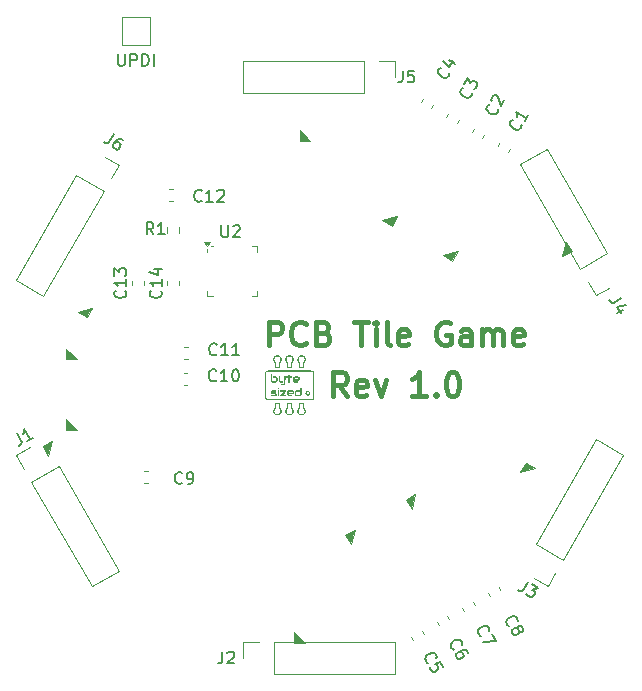
<source format=gbr>
%TF.GenerationSoftware,KiCad,Pcbnew,8.0.8*%
%TF.CreationDate,2025-04-07T12:59:42-04:00*%
%TF.ProjectId,pcb_tile_game_tile_aaa,7063625f-7469-46c6-955f-67616d655f74,1.0*%
%TF.SameCoordinates,Original*%
%TF.FileFunction,Legend,Top*%
%TF.FilePolarity,Positive*%
%FSLAX46Y46*%
G04 Gerber Fmt 4.6, Leading zero omitted, Abs format (unit mm)*
G04 Created by KiCad (PCBNEW 8.0.8) date 2025-04-07 12:59:42*
%MOMM*%
%LPD*%
G01*
G04 APERTURE LIST*
%ADD10C,0.400000*%
%ADD11C,0.200000*%
%ADD12C,0.150000*%
%ADD13C,0.120000*%
%ADD14C,0.000000*%
%ADD15C,0.100000*%
G04 APERTURE END LIST*
D10*
X142417142Y-82404438D02*
X141750475Y-81452057D01*
X141274285Y-82404438D02*
X141274285Y-80404438D01*
X141274285Y-80404438D02*
X142036190Y-80404438D01*
X142036190Y-80404438D02*
X142226666Y-80499676D01*
X142226666Y-80499676D02*
X142321904Y-80594914D01*
X142321904Y-80594914D02*
X142417142Y-80785390D01*
X142417142Y-80785390D02*
X142417142Y-81071104D01*
X142417142Y-81071104D02*
X142321904Y-81261580D01*
X142321904Y-81261580D02*
X142226666Y-81356819D01*
X142226666Y-81356819D02*
X142036190Y-81452057D01*
X142036190Y-81452057D02*
X141274285Y-81452057D01*
X144036190Y-82309200D02*
X143845714Y-82404438D01*
X143845714Y-82404438D02*
X143464761Y-82404438D01*
X143464761Y-82404438D02*
X143274285Y-82309200D01*
X143274285Y-82309200D02*
X143179047Y-82118723D01*
X143179047Y-82118723D02*
X143179047Y-81356819D01*
X143179047Y-81356819D02*
X143274285Y-81166342D01*
X143274285Y-81166342D02*
X143464761Y-81071104D01*
X143464761Y-81071104D02*
X143845714Y-81071104D01*
X143845714Y-81071104D02*
X144036190Y-81166342D01*
X144036190Y-81166342D02*
X144131428Y-81356819D01*
X144131428Y-81356819D02*
X144131428Y-81547295D01*
X144131428Y-81547295D02*
X143179047Y-81737771D01*
X144798095Y-81071104D02*
X145274285Y-82404438D01*
X145274285Y-82404438D02*
X145750476Y-81071104D01*
X149083810Y-82404438D02*
X147940953Y-82404438D01*
X148512381Y-82404438D02*
X148512381Y-80404438D01*
X148512381Y-80404438D02*
X148321905Y-80690152D01*
X148321905Y-80690152D02*
X148131429Y-80880628D01*
X148131429Y-80880628D02*
X147940953Y-80975866D01*
X149940953Y-82213961D02*
X150036191Y-82309200D01*
X150036191Y-82309200D02*
X149940953Y-82404438D01*
X149940953Y-82404438D02*
X149845715Y-82309200D01*
X149845715Y-82309200D02*
X149940953Y-82213961D01*
X149940953Y-82213961D02*
X149940953Y-82404438D01*
X151274286Y-80404438D02*
X151464763Y-80404438D01*
X151464763Y-80404438D02*
X151655239Y-80499676D01*
X151655239Y-80499676D02*
X151750477Y-80594914D01*
X151750477Y-80594914D02*
X151845715Y-80785390D01*
X151845715Y-80785390D02*
X151940953Y-81166342D01*
X151940953Y-81166342D02*
X151940953Y-81642533D01*
X151940953Y-81642533D02*
X151845715Y-82023485D01*
X151845715Y-82023485D02*
X151750477Y-82213961D01*
X151750477Y-82213961D02*
X151655239Y-82309200D01*
X151655239Y-82309200D02*
X151464763Y-82404438D01*
X151464763Y-82404438D02*
X151274286Y-82404438D01*
X151274286Y-82404438D02*
X151083810Y-82309200D01*
X151083810Y-82309200D02*
X150988572Y-82213961D01*
X150988572Y-82213961D02*
X150893334Y-82023485D01*
X150893334Y-82023485D02*
X150798096Y-81642533D01*
X150798096Y-81642533D02*
X150798096Y-81166342D01*
X150798096Y-81166342D02*
X150893334Y-80785390D01*
X150893334Y-80785390D02*
X150988572Y-80594914D01*
X150988572Y-80594914D02*
X151083810Y-80499676D01*
X151083810Y-80499676D02*
X151274286Y-80404438D01*
D11*
X123036191Y-53452219D02*
X123036191Y-54261742D01*
X123036191Y-54261742D02*
X123083810Y-54356980D01*
X123083810Y-54356980D02*
X123131429Y-54404600D01*
X123131429Y-54404600D02*
X123226667Y-54452219D01*
X123226667Y-54452219D02*
X123417143Y-54452219D01*
X123417143Y-54452219D02*
X123512381Y-54404600D01*
X123512381Y-54404600D02*
X123560000Y-54356980D01*
X123560000Y-54356980D02*
X123607619Y-54261742D01*
X123607619Y-54261742D02*
X123607619Y-53452219D01*
X124083810Y-54452219D02*
X124083810Y-53452219D01*
X124083810Y-53452219D02*
X124464762Y-53452219D01*
X124464762Y-53452219D02*
X124560000Y-53499838D01*
X124560000Y-53499838D02*
X124607619Y-53547457D01*
X124607619Y-53547457D02*
X124655238Y-53642695D01*
X124655238Y-53642695D02*
X124655238Y-53785552D01*
X124655238Y-53785552D02*
X124607619Y-53880790D01*
X124607619Y-53880790D02*
X124560000Y-53928409D01*
X124560000Y-53928409D02*
X124464762Y-53976028D01*
X124464762Y-53976028D02*
X124083810Y-53976028D01*
X125083810Y-54452219D02*
X125083810Y-53452219D01*
X125083810Y-53452219D02*
X125321905Y-53452219D01*
X125321905Y-53452219D02*
X125464762Y-53499838D01*
X125464762Y-53499838D02*
X125560000Y-53595076D01*
X125560000Y-53595076D02*
X125607619Y-53690314D01*
X125607619Y-53690314D02*
X125655238Y-53880790D01*
X125655238Y-53880790D02*
X125655238Y-54023647D01*
X125655238Y-54023647D02*
X125607619Y-54214123D01*
X125607619Y-54214123D02*
X125560000Y-54309361D01*
X125560000Y-54309361D02*
X125464762Y-54404600D01*
X125464762Y-54404600D02*
X125321905Y-54452219D01*
X125321905Y-54452219D02*
X125083810Y-54452219D01*
X126083810Y-54452219D02*
X126083810Y-53452219D01*
D10*
X135798094Y-78104438D02*
X135798094Y-76104438D01*
X135798094Y-76104438D02*
X136559999Y-76104438D01*
X136559999Y-76104438D02*
X136750475Y-76199676D01*
X136750475Y-76199676D02*
X136845713Y-76294914D01*
X136845713Y-76294914D02*
X136940951Y-76485390D01*
X136940951Y-76485390D02*
X136940951Y-76771104D01*
X136940951Y-76771104D02*
X136845713Y-76961580D01*
X136845713Y-76961580D02*
X136750475Y-77056819D01*
X136750475Y-77056819D02*
X136559999Y-77152057D01*
X136559999Y-77152057D02*
X135798094Y-77152057D01*
X138940951Y-77913961D02*
X138845713Y-78009200D01*
X138845713Y-78009200D02*
X138559999Y-78104438D01*
X138559999Y-78104438D02*
X138369523Y-78104438D01*
X138369523Y-78104438D02*
X138083808Y-78009200D01*
X138083808Y-78009200D02*
X137893332Y-77818723D01*
X137893332Y-77818723D02*
X137798094Y-77628247D01*
X137798094Y-77628247D02*
X137702856Y-77247295D01*
X137702856Y-77247295D02*
X137702856Y-76961580D01*
X137702856Y-76961580D02*
X137798094Y-76580628D01*
X137798094Y-76580628D02*
X137893332Y-76390152D01*
X137893332Y-76390152D02*
X138083808Y-76199676D01*
X138083808Y-76199676D02*
X138369523Y-76104438D01*
X138369523Y-76104438D02*
X138559999Y-76104438D01*
X138559999Y-76104438D02*
X138845713Y-76199676D01*
X138845713Y-76199676D02*
X138940951Y-76294914D01*
X140464761Y-77056819D02*
X140750475Y-77152057D01*
X140750475Y-77152057D02*
X140845713Y-77247295D01*
X140845713Y-77247295D02*
X140940951Y-77437771D01*
X140940951Y-77437771D02*
X140940951Y-77723485D01*
X140940951Y-77723485D02*
X140845713Y-77913961D01*
X140845713Y-77913961D02*
X140750475Y-78009200D01*
X140750475Y-78009200D02*
X140559999Y-78104438D01*
X140559999Y-78104438D02*
X139798094Y-78104438D01*
X139798094Y-78104438D02*
X139798094Y-76104438D01*
X139798094Y-76104438D02*
X140464761Y-76104438D01*
X140464761Y-76104438D02*
X140655237Y-76199676D01*
X140655237Y-76199676D02*
X140750475Y-76294914D01*
X140750475Y-76294914D02*
X140845713Y-76485390D01*
X140845713Y-76485390D02*
X140845713Y-76675866D01*
X140845713Y-76675866D02*
X140750475Y-76866342D01*
X140750475Y-76866342D02*
X140655237Y-76961580D01*
X140655237Y-76961580D02*
X140464761Y-77056819D01*
X140464761Y-77056819D02*
X139798094Y-77056819D01*
X143036190Y-76104438D02*
X144179047Y-76104438D01*
X143607618Y-78104438D02*
X143607618Y-76104438D01*
X144845714Y-78104438D02*
X144845714Y-76771104D01*
X144845714Y-76104438D02*
X144750476Y-76199676D01*
X144750476Y-76199676D02*
X144845714Y-76294914D01*
X144845714Y-76294914D02*
X144940952Y-76199676D01*
X144940952Y-76199676D02*
X144845714Y-76104438D01*
X144845714Y-76104438D02*
X144845714Y-76294914D01*
X146083809Y-78104438D02*
X145893333Y-78009200D01*
X145893333Y-78009200D02*
X145798095Y-77818723D01*
X145798095Y-77818723D02*
X145798095Y-76104438D01*
X147607619Y-78009200D02*
X147417143Y-78104438D01*
X147417143Y-78104438D02*
X147036190Y-78104438D01*
X147036190Y-78104438D02*
X146845714Y-78009200D01*
X146845714Y-78009200D02*
X146750476Y-77818723D01*
X146750476Y-77818723D02*
X146750476Y-77056819D01*
X146750476Y-77056819D02*
X146845714Y-76866342D01*
X146845714Y-76866342D02*
X147036190Y-76771104D01*
X147036190Y-76771104D02*
X147417143Y-76771104D01*
X147417143Y-76771104D02*
X147607619Y-76866342D01*
X147607619Y-76866342D02*
X147702857Y-77056819D01*
X147702857Y-77056819D02*
X147702857Y-77247295D01*
X147702857Y-77247295D02*
X146750476Y-77437771D01*
X151131429Y-76199676D02*
X150940953Y-76104438D01*
X150940953Y-76104438D02*
X150655239Y-76104438D01*
X150655239Y-76104438D02*
X150369524Y-76199676D01*
X150369524Y-76199676D02*
X150179048Y-76390152D01*
X150179048Y-76390152D02*
X150083810Y-76580628D01*
X150083810Y-76580628D02*
X149988572Y-76961580D01*
X149988572Y-76961580D02*
X149988572Y-77247295D01*
X149988572Y-77247295D02*
X150083810Y-77628247D01*
X150083810Y-77628247D02*
X150179048Y-77818723D01*
X150179048Y-77818723D02*
X150369524Y-78009200D01*
X150369524Y-78009200D02*
X150655239Y-78104438D01*
X150655239Y-78104438D02*
X150845715Y-78104438D01*
X150845715Y-78104438D02*
X151131429Y-78009200D01*
X151131429Y-78009200D02*
X151226667Y-77913961D01*
X151226667Y-77913961D02*
X151226667Y-77247295D01*
X151226667Y-77247295D02*
X150845715Y-77247295D01*
X152940953Y-78104438D02*
X152940953Y-77056819D01*
X152940953Y-77056819D02*
X152845715Y-76866342D01*
X152845715Y-76866342D02*
X152655239Y-76771104D01*
X152655239Y-76771104D02*
X152274286Y-76771104D01*
X152274286Y-76771104D02*
X152083810Y-76866342D01*
X152940953Y-78009200D02*
X152750477Y-78104438D01*
X152750477Y-78104438D02*
X152274286Y-78104438D01*
X152274286Y-78104438D02*
X152083810Y-78009200D01*
X152083810Y-78009200D02*
X151988572Y-77818723D01*
X151988572Y-77818723D02*
X151988572Y-77628247D01*
X151988572Y-77628247D02*
X152083810Y-77437771D01*
X152083810Y-77437771D02*
X152274286Y-77342533D01*
X152274286Y-77342533D02*
X152750477Y-77342533D01*
X152750477Y-77342533D02*
X152940953Y-77247295D01*
X153893334Y-78104438D02*
X153893334Y-76771104D01*
X153893334Y-76961580D02*
X153988572Y-76866342D01*
X153988572Y-76866342D02*
X154179048Y-76771104D01*
X154179048Y-76771104D02*
X154464763Y-76771104D01*
X154464763Y-76771104D02*
X154655239Y-76866342D01*
X154655239Y-76866342D02*
X154750477Y-77056819D01*
X154750477Y-77056819D02*
X154750477Y-78104438D01*
X154750477Y-77056819D02*
X154845715Y-76866342D01*
X154845715Y-76866342D02*
X155036191Y-76771104D01*
X155036191Y-76771104D02*
X155321905Y-76771104D01*
X155321905Y-76771104D02*
X155512382Y-76866342D01*
X155512382Y-76866342D02*
X155607620Y-77056819D01*
X155607620Y-77056819D02*
X155607620Y-78104438D01*
X157321906Y-78009200D02*
X157131430Y-78104438D01*
X157131430Y-78104438D02*
X156750477Y-78104438D01*
X156750477Y-78104438D02*
X156560001Y-78009200D01*
X156560001Y-78009200D02*
X156464763Y-77818723D01*
X156464763Y-77818723D02*
X156464763Y-77056819D01*
X156464763Y-77056819D02*
X156560001Y-76866342D01*
X156560001Y-76866342D02*
X156750477Y-76771104D01*
X156750477Y-76771104D02*
X157131430Y-76771104D01*
X157131430Y-76771104D02*
X157321906Y-76866342D01*
X157321906Y-76866342D02*
X157417144Y-77056819D01*
X157417144Y-77056819D02*
X157417144Y-77247295D01*
X157417144Y-77247295D02*
X156464763Y-77437771D01*
D12*
X155188073Y-58124127D02*
X155205502Y-58189176D01*
X155205502Y-58189176D02*
X155175313Y-58336703D01*
X155175313Y-58336703D02*
X155127694Y-58419182D01*
X155127694Y-58419182D02*
X155015026Y-58519090D01*
X155015026Y-58519090D02*
X154884929Y-58553950D01*
X154884929Y-58553950D02*
X154778640Y-58547570D01*
X154778640Y-58547570D02*
X154589874Y-58493571D01*
X154589874Y-58493571D02*
X154466156Y-58422143D01*
X154466156Y-58422143D02*
X154325008Y-58285665D01*
X154325008Y-58285665D02*
X154266339Y-58196807D01*
X154266339Y-58196807D02*
X154231479Y-58066709D01*
X154231479Y-58066709D02*
X154261669Y-57919182D01*
X154261669Y-57919182D02*
X154309288Y-57836703D01*
X154309288Y-57836703D02*
X154421956Y-57736795D01*
X154421956Y-57736795D02*
X154487004Y-57719365D01*
X154677481Y-57389451D02*
X154660051Y-57324402D01*
X154660051Y-57324402D02*
X154666431Y-57218114D01*
X154666431Y-57218114D02*
X154785478Y-57011917D01*
X154785478Y-57011917D02*
X154874337Y-56953248D01*
X154874337Y-56953248D02*
X154939385Y-56935818D01*
X154939385Y-56935818D02*
X155045674Y-56942198D01*
X155045674Y-56942198D02*
X155128152Y-56989817D01*
X155128152Y-56989817D02*
X155228061Y-57102485D01*
X155228061Y-57102485D02*
X155437218Y-57883071D01*
X155437218Y-57883071D02*
X155746742Y-57346960D01*
X131392142Y-78859582D02*
X131344523Y-78907202D01*
X131344523Y-78907202D02*
X131201666Y-78954821D01*
X131201666Y-78954821D02*
X131106428Y-78954821D01*
X131106428Y-78954821D02*
X130963571Y-78907202D01*
X130963571Y-78907202D02*
X130868333Y-78811963D01*
X130868333Y-78811963D02*
X130820714Y-78716725D01*
X130820714Y-78716725D02*
X130773095Y-78526249D01*
X130773095Y-78526249D02*
X130773095Y-78383392D01*
X130773095Y-78383392D02*
X130820714Y-78192916D01*
X130820714Y-78192916D02*
X130868333Y-78097678D01*
X130868333Y-78097678D02*
X130963571Y-78002440D01*
X130963571Y-78002440D02*
X131106428Y-77954821D01*
X131106428Y-77954821D02*
X131201666Y-77954821D01*
X131201666Y-77954821D02*
X131344523Y-78002440D01*
X131344523Y-78002440D02*
X131392142Y-78050059D01*
X132344523Y-78954821D02*
X131773095Y-78954821D01*
X132058809Y-78954821D02*
X132058809Y-77954821D01*
X132058809Y-77954821D02*
X131963571Y-78097678D01*
X131963571Y-78097678D02*
X131868333Y-78192916D01*
X131868333Y-78192916D02*
X131773095Y-78240535D01*
X133296904Y-78954821D02*
X132725476Y-78954821D01*
X133011190Y-78954821D02*
X133011190Y-77954821D01*
X133011190Y-77954821D02*
X132915952Y-78097678D01*
X132915952Y-78097678D02*
X132820714Y-78192916D01*
X132820714Y-78192916D02*
X132725476Y-78240535D01*
X152988074Y-56724127D02*
X153005503Y-56789176D01*
X153005503Y-56789176D02*
X152975314Y-56936703D01*
X152975314Y-56936703D02*
X152927695Y-57019182D01*
X152927695Y-57019182D02*
X152815027Y-57119090D01*
X152815027Y-57119090D02*
X152684930Y-57153950D01*
X152684930Y-57153950D02*
X152578641Y-57147570D01*
X152578641Y-57147570D02*
X152389875Y-57093571D01*
X152389875Y-57093571D02*
X152266157Y-57022143D01*
X152266157Y-57022143D02*
X152125009Y-56885665D01*
X152125009Y-56885665D02*
X152066340Y-56796807D01*
X152066340Y-56796807D02*
X152031480Y-56666709D01*
X152031480Y-56666709D02*
X152061670Y-56519182D01*
X152061670Y-56519182D02*
X152109289Y-56436703D01*
X152109289Y-56436703D02*
X152221957Y-56336795D01*
X152221957Y-56336795D02*
X152287005Y-56319365D01*
X152371194Y-55983071D02*
X152680717Y-55446960D01*
X152680717Y-55446960D02*
X152843965Y-55926111D01*
X152843965Y-55926111D02*
X152915394Y-55802393D01*
X152915394Y-55802393D02*
X153004252Y-55743724D01*
X153004252Y-55743724D02*
X153069301Y-55726295D01*
X153069301Y-55726295D02*
X153175589Y-55732674D01*
X153175589Y-55732674D02*
X153381786Y-55851722D01*
X153381786Y-55851722D02*
X153440455Y-55940580D01*
X153440455Y-55940580D02*
X153457884Y-56005629D01*
X153457884Y-56005629D02*
X153451505Y-56111917D01*
X153451505Y-56111917D02*
X153308647Y-56359353D01*
X153308647Y-56359353D02*
X153219789Y-56418022D01*
X153219789Y-56418022D02*
X153154740Y-56435452D01*
X131876666Y-104054819D02*
X131876666Y-104769104D01*
X131876666Y-104769104D02*
X131829047Y-104911961D01*
X131829047Y-104911961D02*
X131733809Y-105007200D01*
X131733809Y-105007200D02*
X131590952Y-105054819D01*
X131590952Y-105054819D02*
X131495714Y-105054819D01*
X132305238Y-104150057D02*
X132352857Y-104102438D01*
X132352857Y-104102438D02*
X132448095Y-104054819D01*
X132448095Y-104054819D02*
X132686190Y-104054819D01*
X132686190Y-104054819D02*
X132781428Y-104102438D01*
X132781428Y-104102438D02*
X132829047Y-104150057D01*
X132829047Y-104150057D02*
X132876666Y-104245295D01*
X132876666Y-104245295D02*
X132876666Y-104340533D01*
X132876666Y-104340533D02*
X132829047Y-104483390D01*
X132829047Y-104483390D02*
X132257619Y-105054819D01*
X132257619Y-105054819D02*
X132876666Y-105054819D01*
X126043333Y-68717319D02*
X125710000Y-68241128D01*
X125471905Y-68717319D02*
X125471905Y-67717319D01*
X125471905Y-67717319D02*
X125852857Y-67717319D01*
X125852857Y-67717319D02*
X125948095Y-67764938D01*
X125948095Y-67764938D02*
X125995714Y-67812557D01*
X125995714Y-67812557D02*
X126043333Y-67907795D01*
X126043333Y-67907795D02*
X126043333Y-68050652D01*
X126043333Y-68050652D02*
X125995714Y-68145890D01*
X125995714Y-68145890D02*
X125948095Y-68193509D01*
X125948095Y-68193509D02*
X125852857Y-68241128D01*
X125852857Y-68241128D02*
X125471905Y-68241128D01*
X126995714Y-68717319D02*
X126424286Y-68717319D01*
X126710000Y-68717319D02*
X126710000Y-67717319D01*
X126710000Y-67717319D02*
X126614762Y-67860176D01*
X126614762Y-67860176D02*
X126519524Y-67955414D01*
X126519524Y-67955414D02*
X126424286Y-68003033D01*
X156172792Y-101889137D02*
X156107743Y-101871707D01*
X156107743Y-101871707D02*
X155995075Y-101771799D01*
X155995075Y-101771799D02*
X155947456Y-101689320D01*
X155947456Y-101689320D02*
X155917267Y-101541793D01*
X155917267Y-101541793D02*
X155952127Y-101411695D01*
X155952127Y-101411695D02*
X156010796Y-101322837D01*
X156010796Y-101322837D02*
X156151943Y-101186359D01*
X156151943Y-101186359D02*
X156275661Y-101114931D01*
X156275661Y-101114931D02*
X156464428Y-101060932D01*
X156464428Y-101060932D02*
X156570716Y-101054552D01*
X156570716Y-101054552D02*
X156700814Y-101089412D01*
X156700814Y-101089412D02*
X156813482Y-101189320D01*
X156813482Y-101189320D02*
X156861101Y-101271799D01*
X156861101Y-101271799D02*
X156891290Y-101419326D01*
X156891290Y-101419326D02*
X156873860Y-101484375D01*
X156870900Y-102145913D02*
X156864520Y-102039625D01*
X156864520Y-102039625D02*
X156881950Y-101974576D01*
X156881950Y-101974576D02*
X156940619Y-101885718D01*
X156940619Y-101885718D02*
X156981858Y-101861908D01*
X156981858Y-101861908D02*
X157088146Y-101855529D01*
X157088146Y-101855529D02*
X157153195Y-101872958D01*
X157153195Y-101872958D02*
X157242053Y-101931628D01*
X157242053Y-101931628D02*
X157337291Y-102096585D01*
X157337291Y-102096585D02*
X157343671Y-102202873D01*
X157343671Y-102202873D02*
X157326241Y-102267922D01*
X157326241Y-102267922D02*
X157267572Y-102356780D01*
X157267572Y-102356780D02*
X157226333Y-102380590D01*
X157226333Y-102380590D02*
X157120045Y-102386969D01*
X157120045Y-102386969D02*
X157054996Y-102369540D01*
X157054996Y-102369540D02*
X156966138Y-102310870D01*
X156966138Y-102310870D02*
X156870900Y-102145913D01*
X156870900Y-102145913D02*
X156782041Y-102087244D01*
X156782041Y-102087244D02*
X156716992Y-102069814D01*
X156716992Y-102069814D02*
X156610704Y-102076194D01*
X156610704Y-102076194D02*
X156445747Y-102171432D01*
X156445747Y-102171432D02*
X156387078Y-102260291D01*
X156387078Y-102260291D02*
X156369648Y-102325339D01*
X156369648Y-102325339D02*
X156376028Y-102431628D01*
X156376028Y-102431628D02*
X156471266Y-102596585D01*
X156471266Y-102596585D02*
X156560124Y-102655254D01*
X156560124Y-102655254D02*
X156625173Y-102672684D01*
X156625173Y-102672684D02*
X156731461Y-102666304D01*
X156731461Y-102666304D02*
X156896418Y-102571066D01*
X156896418Y-102571066D02*
X156955088Y-102482207D01*
X156955088Y-102482207D02*
X156972517Y-102417159D01*
X156972517Y-102417159D02*
X156966138Y-102310870D01*
X126639580Y-73492857D02*
X126687200Y-73540476D01*
X126687200Y-73540476D02*
X126734819Y-73683333D01*
X126734819Y-73683333D02*
X126734819Y-73778571D01*
X126734819Y-73778571D02*
X126687200Y-73921428D01*
X126687200Y-73921428D02*
X126591961Y-74016666D01*
X126591961Y-74016666D02*
X126496723Y-74064285D01*
X126496723Y-74064285D02*
X126306247Y-74111904D01*
X126306247Y-74111904D02*
X126163390Y-74111904D01*
X126163390Y-74111904D02*
X125972914Y-74064285D01*
X125972914Y-74064285D02*
X125877676Y-74016666D01*
X125877676Y-74016666D02*
X125782438Y-73921428D01*
X125782438Y-73921428D02*
X125734819Y-73778571D01*
X125734819Y-73778571D02*
X125734819Y-73683333D01*
X125734819Y-73683333D02*
X125782438Y-73540476D01*
X125782438Y-73540476D02*
X125830057Y-73492857D01*
X126734819Y-72540476D02*
X126734819Y-73111904D01*
X126734819Y-72826190D02*
X125734819Y-72826190D01*
X125734819Y-72826190D02*
X125877676Y-72921428D01*
X125877676Y-72921428D02*
X125972914Y-73016666D01*
X125972914Y-73016666D02*
X126020533Y-73111904D01*
X126068152Y-71683333D02*
X126734819Y-71683333D01*
X125687200Y-71921428D02*
X126401485Y-72159523D01*
X126401485Y-72159523D02*
X126401485Y-71540476D01*
X151451054Y-103877070D02*
X151386005Y-103859640D01*
X151386005Y-103859640D02*
X151273337Y-103759732D01*
X151273337Y-103759732D02*
X151225718Y-103677253D01*
X151225718Y-103677253D02*
X151195529Y-103529726D01*
X151195529Y-103529726D02*
X151230389Y-103399628D01*
X151230389Y-103399628D02*
X151289058Y-103310770D01*
X151289058Y-103310770D02*
X151430205Y-103174292D01*
X151430205Y-103174292D02*
X151553923Y-103102864D01*
X151553923Y-103102864D02*
X151742690Y-103048865D01*
X151742690Y-103048865D02*
X151848978Y-103042485D01*
X151848978Y-103042485D02*
X151979076Y-103077345D01*
X151979076Y-103077345D02*
X152091744Y-103177253D01*
X152091744Y-103177253D02*
X152139363Y-103259732D01*
X152139363Y-103259732D02*
X152169552Y-103407259D01*
X152169552Y-103407259D02*
X152152122Y-103472308D01*
X152663172Y-104166996D02*
X152567934Y-104002039D01*
X152567934Y-104002039D02*
X152479076Y-103943370D01*
X152479076Y-103943370D02*
X152414027Y-103925940D01*
X152414027Y-103925940D02*
X152242690Y-103914890D01*
X152242690Y-103914890D02*
X152053923Y-103968889D01*
X152053923Y-103968889D02*
X151724009Y-104159365D01*
X151724009Y-104159365D02*
X151665340Y-104248224D01*
X151665340Y-104248224D02*
X151647910Y-104313272D01*
X151647910Y-104313272D02*
X151654290Y-104419561D01*
X151654290Y-104419561D02*
X151749528Y-104584518D01*
X151749528Y-104584518D02*
X151838386Y-104643187D01*
X151838386Y-104643187D02*
X151903435Y-104660617D01*
X151903435Y-104660617D02*
X152009723Y-104654237D01*
X152009723Y-104654237D02*
X152215920Y-104535189D01*
X152215920Y-104535189D02*
X152274589Y-104446331D01*
X152274589Y-104446331D02*
X152292019Y-104381282D01*
X152292019Y-104381282D02*
X152285639Y-104274994D01*
X152285639Y-104274994D02*
X152190401Y-104110037D01*
X152190401Y-104110037D02*
X152101542Y-104051368D01*
X152101542Y-104051368D02*
X152036494Y-104033938D01*
X152036494Y-104033938D02*
X151930205Y-104040318D01*
X157743915Y-98161192D02*
X157386772Y-98779782D01*
X157386772Y-98779782D02*
X157274104Y-98879690D01*
X157274104Y-98879690D02*
X157144006Y-98914550D01*
X157144006Y-98914550D02*
X156996479Y-98884360D01*
X156996479Y-98884360D02*
X156914000Y-98836741D01*
X158073829Y-98351669D02*
X158609940Y-98661192D01*
X158609940Y-98661192D02*
X158130789Y-98824440D01*
X158130789Y-98824440D02*
X158254507Y-98895869D01*
X158254507Y-98895869D02*
X158313176Y-98984727D01*
X158313176Y-98984727D02*
X158330606Y-99049776D01*
X158330606Y-99049776D02*
X158324226Y-99156064D01*
X158324226Y-99156064D02*
X158205178Y-99362261D01*
X158205178Y-99362261D02*
X158116320Y-99420930D01*
X158116320Y-99420930D02*
X158051271Y-99438359D01*
X158051271Y-99438359D02*
X157944983Y-99431980D01*
X157944983Y-99431980D02*
X157697547Y-99289122D01*
X157697547Y-99289122D02*
X157638878Y-99200264D01*
X157638878Y-99200264D02*
X157621448Y-99135215D01*
X130117142Y-65859580D02*
X130069523Y-65907200D01*
X130069523Y-65907200D02*
X129926666Y-65954819D01*
X129926666Y-65954819D02*
X129831428Y-65954819D01*
X129831428Y-65954819D02*
X129688571Y-65907200D01*
X129688571Y-65907200D02*
X129593333Y-65811961D01*
X129593333Y-65811961D02*
X129545714Y-65716723D01*
X129545714Y-65716723D02*
X129498095Y-65526247D01*
X129498095Y-65526247D02*
X129498095Y-65383390D01*
X129498095Y-65383390D02*
X129545714Y-65192914D01*
X129545714Y-65192914D02*
X129593333Y-65097676D01*
X129593333Y-65097676D02*
X129688571Y-65002438D01*
X129688571Y-65002438D02*
X129831428Y-64954819D01*
X129831428Y-64954819D02*
X129926666Y-64954819D01*
X129926666Y-64954819D02*
X130069523Y-65002438D01*
X130069523Y-65002438D02*
X130117142Y-65050057D01*
X131069523Y-65954819D02*
X130498095Y-65954819D01*
X130783809Y-65954819D02*
X130783809Y-64954819D01*
X130783809Y-64954819D02*
X130688571Y-65097676D01*
X130688571Y-65097676D02*
X130593333Y-65192914D01*
X130593333Y-65192914D02*
X130498095Y-65240533D01*
X131450476Y-65050057D02*
X131498095Y-65002438D01*
X131498095Y-65002438D02*
X131593333Y-64954819D01*
X131593333Y-64954819D02*
X131831428Y-64954819D01*
X131831428Y-64954819D02*
X131926666Y-65002438D01*
X131926666Y-65002438D02*
X131974285Y-65050057D01*
X131974285Y-65050057D02*
X132021904Y-65145295D01*
X132021904Y-65145295D02*
X132021904Y-65240533D01*
X132021904Y-65240533D02*
X131974285Y-65383390D01*
X131974285Y-65383390D02*
X131402857Y-65954819D01*
X131402857Y-65954819D02*
X132021904Y-65954819D01*
X131354642Y-81059580D02*
X131307023Y-81107200D01*
X131307023Y-81107200D02*
X131164166Y-81154819D01*
X131164166Y-81154819D02*
X131068928Y-81154819D01*
X131068928Y-81154819D02*
X130926071Y-81107200D01*
X130926071Y-81107200D02*
X130830833Y-81011961D01*
X130830833Y-81011961D02*
X130783214Y-80916723D01*
X130783214Y-80916723D02*
X130735595Y-80726247D01*
X130735595Y-80726247D02*
X130735595Y-80583390D01*
X130735595Y-80583390D02*
X130783214Y-80392914D01*
X130783214Y-80392914D02*
X130830833Y-80297676D01*
X130830833Y-80297676D02*
X130926071Y-80202438D01*
X130926071Y-80202438D02*
X131068928Y-80154819D01*
X131068928Y-80154819D02*
X131164166Y-80154819D01*
X131164166Y-80154819D02*
X131307023Y-80202438D01*
X131307023Y-80202438D02*
X131354642Y-80250057D01*
X132307023Y-81154819D02*
X131735595Y-81154819D01*
X132021309Y-81154819D02*
X132021309Y-80154819D01*
X132021309Y-80154819D02*
X131926071Y-80297676D01*
X131926071Y-80297676D02*
X131830833Y-80392914D01*
X131830833Y-80392914D02*
X131735595Y-80440533D01*
X132926071Y-80154819D02*
X133021309Y-80154819D01*
X133021309Y-80154819D02*
X133116547Y-80202438D01*
X133116547Y-80202438D02*
X133164166Y-80250057D01*
X133164166Y-80250057D02*
X133211785Y-80345295D01*
X133211785Y-80345295D02*
X133259404Y-80535771D01*
X133259404Y-80535771D02*
X133259404Y-80773866D01*
X133259404Y-80773866D02*
X133211785Y-80964342D01*
X133211785Y-80964342D02*
X133164166Y-81059580D01*
X133164166Y-81059580D02*
X133116547Y-81107200D01*
X133116547Y-81107200D02*
X133021309Y-81154819D01*
X133021309Y-81154819D02*
X132926071Y-81154819D01*
X132926071Y-81154819D02*
X132830833Y-81107200D01*
X132830833Y-81107200D02*
X132783214Y-81059580D01*
X132783214Y-81059580D02*
X132735595Y-80964342D01*
X132735595Y-80964342D02*
X132687976Y-80773866D01*
X132687976Y-80773866D02*
X132687976Y-80535771D01*
X132687976Y-80535771D02*
X132735595Y-80345295D01*
X132735595Y-80345295D02*
X132783214Y-80250057D01*
X132783214Y-80250057D02*
X132830833Y-80202438D01*
X132830833Y-80202438D02*
X132926071Y-80154819D01*
X122668915Y-60262893D02*
X122311772Y-60881483D01*
X122311772Y-60881483D02*
X122199104Y-60981391D01*
X122199104Y-60981391D02*
X122069006Y-61016251D01*
X122069006Y-61016251D02*
X121921479Y-60986061D01*
X121921479Y-60986061D02*
X121839000Y-60938442D01*
X123452462Y-60715274D02*
X123287504Y-60620036D01*
X123287504Y-60620036D02*
X123181216Y-60613656D01*
X123181216Y-60613656D02*
X123116168Y-60631086D01*
X123116168Y-60631086D02*
X122962260Y-60707185D01*
X122962260Y-60707185D02*
X122825783Y-60848333D01*
X122825783Y-60848333D02*
X122635307Y-61178247D01*
X122635307Y-61178247D02*
X122628927Y-61284535D01*
X122628927Y-61284535D02*
X122646357Y-61349584D01*
X122646357Y-61349584D02*
X122705026Y-61438443D01*
X122705026Y-61438443D02*
X122869983Y-61533681D01*
X122869983Y-61533681D02*
X122976271Y-61540060D01*
X122976271Y-61540060D02*
X123041320Y-61522631D01*
X123041320Y-61522631D02*
X123130178Y-61463962D01*
X123130178Y-61463962D02*
X123249226Y-61257765D01*
X123249226Y-61257765D02*
X123255606Y-61151477D01*
X123255606Y-61151477D02*
X123238176Y-61086428D01*
X123238176Y-61086428D02*
X123179507Y-60997570D01*
X123179507Y-60997570D02*
X123014550Y-60902332D01*
X123014550Y-60902332D02*
X122908262Y-60895952D01*
X122908262Y-60895952D02*
X122843213Y-60913382D01*
X122843213Y-60913382D02*
X122754354Y-60972051D01*
X149302601Y-104989618D02*
X149237552Y-104972188D01*
X149237552Y-104972188D02*
X149124884Y-104872280D01*
X149124884Y-104872280D02*
X149077265Y-104789801D01*
X149077265Y-104789801D02*
X149047076Y-104642274D01*
X149047076Y-104642274D02*
X149081936Y-104512176D01*
X149081936Y-104512176D02*
X149140605Y-104423318D01*
X149140605Y-104423318D02*
X149281752Y-104286840D01*
X149281752Y-104286840D02*
X149405470Y-104215412D01*
X149405470Y-104215412D02*
X149594237Y-104161413D01*
X149594237Y-104161413D02*
X149700525Y-104155033D01*
X149700525Y-104155033D02*
X149830623Y-104189893D01*
X149830623Y-104189893D02*
X149943291Y-104289801D01*
X149943291Y-104289801D02*
X149990910Y-104372280D01*
X149990910Y-104372280D02*
X150021099Y-104519807D01*
X150021099Y-104519807D02*
X150003669Y-104584856D01*
X150538529Y-105320784D02*
X150300434Y-104908391D01*
X150300434Y-104908391D02*
X149864231Y-105105247D01*
X149864231Y-105105247D02*
X149929280Y-105122676D01*
X149929280Y-105122676D02*
X150018138Y-105181345D01*
X150018138Y-105181345D02*
X150137186Y-105387542D01*
X150137186Y-105387542D02*
X150143566Y-105493830D01*
X150143566Y-105493830D02*
X150126136Y-105558879D01*
X150126136Y-105558879D02*
X150067467Y-105647737D01*
X150067467Y-105647737D02*
X149861270Y-105766785D01*
X149861270Y-105766785D02*
X149754982Y-105773165D01*
X149754982Y-105773165D02*
X149689933Y-105755735D01*
X149689933Y-105755735D02*
X149601075Y-105697066D01*
X149601075Y-105697066D02*
X149482027Y-105490869D01*
X149482027Y-105490869D02*
X149475648Y-105384581D01*
X149475648Y-105384581D02*
X149493077Y-105319532D01*
X157188073Y-59424127D02*
X157205502Y-59489176D01*
X157205502Y-59489176D02*
X157175313Y-59636703D01*
X157175313Y-59636703D02*
X157127694Y-59719182D01*
X157127694Y-59719182D02*
X157015026Y-59819090D01*
X157015026Y-59819090D02*
X156884929Y-59853950D01*
X156884929Y-59853950D02*
X156778640Y-59847570D01*
X156778640Y-59847570D02*
X156589874Y-59793571D01*
X156589874Y-59793571D02*
X156466156Y-59722143D01*
X156466156Y-59722143D02*
X156325008Y-59585665D01*
X156325008Y-59585665D02*
X156266339Y-59496807D01*
X156266339Y-59496807D02*
X156231479Y-59366709D01*
X156231479Y-59366709D02*
X156261669Y-59219182D01*
X156261669Y-59219182D02*
X156309288Y-59136703D01*
X156309288Y-59136703D02*
X156421956Y-59036795D01*
X156421956Y-59036795D02*
X156487004Y-59019365D01*
X157746742Y-58646960D02*
X157461027Y-59141832D01*
X157603885Y-58894396D02*
X156737859Y-58394396D01*
X156737859Y-58394396D02*
X156813958Y-58548303D01*
X156813958Y-58548303D02*
X156848818Y-58678401D01*
X156848818Y-58678401D02*
X156842438Y-58784689D01*
X165665473Y-74138735D02*
X165046884Y-74495878D01*
X165046884Y-74495878D02*
X164899356Y-74526067D01*
X164899356Y-74526067D02*
X164769259Y-74491207D01*
X164769259Y-74491207D02*
X164656591Y-74391299D01*
X164656591Y-74391299D02*
X164608972Y-74308820D01*
X165829179Y-75088948D02*
X165251829Y-75422282D01*
X166040046Y-74692276D02*
X165302409Y-74843222D01*
X165302409Y-74843222D02*
X165611933Y-75379333D01*
X153757728Y-102706125D02*
X153692679Y-102688695D01*
X153692679Y-102688695D02*
X153580011Y-102588787D01*
X153580011Y-102588787D02*
X153532392Y-102506308D01*
X153532392Y-102506308D02*
X153502203Y-102358781D01*
X153502203Y-102358781D02*
X153537063Y-102228683D01*
X153537063Y-102228683D02*
X153595732Y-102139825D01*
X153595732Y-102139825D02*
X153736879Y-102003347D01*
X153736879Y-102003347D02*
X153860597Y-101931919D01*
X153860597Y-101931919D02*
X154049364Y-101877920D01*
X154049364Y-101877920D02*
X154155652Y-101871540D01*
X154155652Y-101871540D02*
X154285750Y-101906400D01*
X154285750Y-101906400D02*
X154398418Y-102006308D01*
X154398418Y-102006308D02*
X154446037Y-102088787D01*
X154446037Y-102088787D02*
X154476226Y-102236314D01*
X154476226Y-102236314D02*
X154458796Y-102301363D01*
X154707942Y-102542419D02*
X155041275Y-103119769D01*
X155041275Y-103119769D02*
X153960964Y-103248616D01*
X114493734Y-85577278D02*
X114850877Y-86195867D01*
X114850877Y-86195867D02*
X114881066Y-86343395D01*
X114881066Y-86343395D02*
X114846206Y-86473492D01*
X114846206Y-86473492D02*
X114746298Y-86586160D01*
X114746298Y-86586160D02*
X114663819Y-86633779D01*
X115859759Y-85943303D02*
X115364888Y-86229017D01*
X115612324Y-86086160D02*
X115112324Y-85220135D01*
X115112324Y-85220135D02*
X115101274Y-85391472D01*
X115101274Y-85391472D02*
X115066414Y-85521569D01*
X115066414Y-85521569D02*
X115007745Y-85610428D01*
X151088073Y-55024127D02*
X151105502Y-55089176D01*
X151105502Y-55089176D02*
X151075313Y-55236703D01*
X151075313Y-55236703D02*
X151027694Y-55319182D01*
X151027694Y-55319182D02*
X150915026Y-55419090D01*
X150915026Y-55419090D02*
X150784929Y-55453950D01*
X150784929Y-55453950D02*
X150678640Y-55447570D01*
X150678640Y-55447570D02*
X150489874Y-55393571D01*
X150489874Y-55393571D02*
X150366156Y-55322143D01*
X150366156Y-55322143D02*
X150225008Y-55185665D01*
X150225008Y-55185665D02*
X150166339Y-55096807D01*
X150166339Y-55096807D02*
X150131479Y-54966709D01*
X150131479Y-54966709D02*
X150161669Y-54819182D01*
X150161669Y-54819182D02*
X150209288Y-54736703D01*
X150209288Y-54736703D02*
X150321956Y-54636795D01*
X150321956Y-54636795D02*
X150387004Y-54619365D01*
X151021772Y-53996105D02*
X151599123Y-54329439D01*
X150572810Y-54011826D02*
X151072352Y-54575165D01*
X151072352Y-54575165D02*
X151381876Y-54039054D01*
X147136666Y-54854819D02*
X147136666Y-55569104D01*
X147136666Y-55569104D02*
X147089047Y-55711961D01*
X147089047Y-55711961D02*
X146993809Y-55807200D01*
X146993809Y-55807200D02*
X146850952Y-55854819D01*
X146850952Y-55854819D02*
X146755714Y-55854819D01*
X148089047Y-54854819D02*
X147612857Y-54854819D01*
X147612857Y-54854819D02*
X147565238Y-55331009D01*
X147565238Y-55331009D02*
X147612857Y-55283390D01*
X147612857Y-55283390D02*
X147708095Y-55235771D01*
X147708095Y-55235771D02*
X147946190Y-55235771D01*
X147946190Y-55235771D02*
X148041428Y-55283390D01*
X148041428Y-55283390D02*
X148089047Y-55331009D01*
X148089047Y-55331009D02*
X148136666Y-55426247D01*
X148136666Y-55426247D02*
X148136666Y-55664342D01*
X148136666Y-55664342D02*
X148089047Y-55759580D01*
X148089047Y-55759580D02*
X148041428Y-55807200D01*
X148041428Y-55807200D02*
X147946190Y-55854819D01*
X147946190Y-55854819D02*
X147708095Y-55854819D01*
X147708095Y-55854819D02*
X147612857Y-55807200D01*
X147612857Y-55807200D02*
X147565238Y-55759580D01*
X131798095Y-67954819D02*
X131798095Y-68764342D01*
X131798095Y-68764342D02*
X131845714Y-68859580D01*
X131845714Y-68859580D02*
X131893333Y-68907200D01*
X131893333Y-68907200D02*
X131988571Y-68954819D01*
X131988571Y-68954819D02*
X132179047Y-68954819D01*
X132179047Y-68954819D02*
X132274285Y-68907200D01*
X132274285Y-68907200D02*
X132321904Y-68859580D01*
X132321904Y-68859580D02*
X132369523Y-68764342D01*
X132369523Y-68764342D02*
X132369523Y-67954819D01*
X132798095Y-68050057D02*
X132845714Y-68002438D01*
X132845714Y-68002438D02*
X132940952Y-67954819D01*
X132940952Y-67954819D02*
X133179047Y-67954819D01*
X133179047Y-67954819D02*
X133274285Y-68002438D01*
X133274285Y-68002438D02*
X133321904Y-68050057D01*
X133321904Y-68050057D02*
X133369523Y-68145295D01*
X133369523Y-68145295D02*
X133369523Y-68240533D01*
X133369523Y-68240533D02*
X133321904Y-68383390D01*
X133321904Y-68383390D02*
X132750476Y-68954819D01*
X132750476Y-68954819D02*
X133369523Y-68954819D01*
X123639580Y-73492857D02*
X123687200Y-73540476D01*
X123687200Y-73540476D02*
X123734819Y-73683333D01*
X123734819Y-73683333D02*
X123734819Y-73778571D01*
X123734819Y-73778571D02*
X123687200Y-73921428D01*
X123687200Y-73921428D02*
X123591961Y-74016666D01*
X123591961Y-74016666D02*
X123496723Y-74064285D01*
X123496723Y-74064285D02*
X123306247Y-74111904D01*
X123306247Y-74111904D02*
X123163390Y-74111904D01*
X123163390Y-74111904D02*
X122972914Y-74064285D01*
X122972914Y-74064285D02*
X122877676Y-74016666D01*
X122877676Y-74016666D02*
X122782438Y-73921428D01*
X122782438Y-73921428D02*
X122734819Y-73778571D01*
X122734819Y-73778571D02*
X122734819Y-73683333D01*
X122734819Y-73683333D02*
X122782438Y-73540476D01*
X122782438Y-73540476D02*
X122830057Y-73492857D01*
X123734819Y-72540476D02*
X123734819Y-73111904D01*
X123734819Y-72826190D02*
X122734819Y-72826190D01*
X122734819Y-72826190D02*
X122877676Y-72921428D01*
X122877676Y-72921428D02*
X122972914Y-73016666D01*
X122972914Y-73016666D02*
X123020533Y-73111904D01*
X122734819Y-72207142D02*
X122734819Y-71588095D01*
X122734819Y-71588095D02*
X123115771Y-71921428D01*
X123115771Y-71921428D02*
X123115771Y-71778571D01*
X123115771Y-71778571D02*
X123163390Y-71683333D01*
X123163390Y-71683333D02*
X123211009Y-71635714D01*
X123211009Y-71635714D02*
X123306247Y-71588095D01*
X123306247Y-71588095D02*
X123544342Y-71588095D01*
X123544342Y-71588095D02*
X123639580Y-71635714D01*
X123639580Y-71635714D02*
X123687200Y-71683333D01*
X123687200Y-71683333D02*
X123734819Y-71778571D01*
X123734819Y-71778571D02*
X123734819Y-72064285D01*
X123734819Y-72064285D02*
X123687200Y-72159523D01*
X123687200Y-72159523D02*
X123639580Y-72207142D01*
X128468333Y-89759580D02*
X128420714Y-89807200D01*
X128420714Y-89807200D02*
X128277857Y-89854819D01*
X128277857Y-89854819D02*
X128182619Y-89854819D01*
X128182619Y-89854819D02*
X128039762Y-89807200D01*
X128039762Y-89807200D02*
X127944524Y-89711961D01*
X127944524Y-89711961D02*
X127896905Y-89616723D01*
X127896905Y-89616723D02*
X127849286Y-89426247D01*
X127849286Y-89426247D02*
X127849286Y-89283390D01*
X127849286Y-89283390D02*
X127896905Y-89092914D01*
X127896905Y-89092914D02*
X127944524Y-88997676D01*
X127944524Y-88997676D02*
X128039762Y-88902438D01*
X128039762Y-88902438D02*
X128182619Y-88854819D01*
X128182619Y-88854819D02*
X128277857Y-88854819D01*
X128277857Y-88854819D02*
X128420714Y-88902438D01*
X128420714Y-88902438D02*
X128468333Y-88950057D01*
X128944524Y-89854819D02*
X129135000Y-89854819D01*
X129135000Y-89854819D02*
X129230238Y-89807200D01*
X129230238Y-89807200D02*
X129277857Y-89759580D01*
X129277857Y-89759580D02*
X129373095Y-89616723D01*
X129373095Y-89616723D02*
X129420714Y-89426247D01*
X129420714Y-89426247D02*
X129420714Y-89045295D01*
X129420714Y-89045295D02*
X129373095Y-88950057D01*
X129373095Y-88950057D02*
X129325476Y-88902438D01*
X129325476Y-88902438D02*
X129230238Y-88854819D01*
X129230238Y-88854819D02*
X129039762Y-88854819D01*
X129039762Y-88854819D02*
X128944524Y-88902438D01*
X128944524Y-88902438D02*
X128896905Y-88950057D01*
X128896905Y-88950057D02*
X128849286Y-89045295D01*
X128849286Y-89045295D02*
X128849286Y-89283390D01*
X128849286Y-89283390D02*
X128896905Y-89378628D01*
X128896905Y-89378628D02*
X128944524Y-89426247D01*
X128944524Y-89426247D02*
X129039762Y-89473866D01*
X129039762Y-89473866D02*
X129230238Y-89473866D01*
X129230238Y-89473866D02*
X129325476Y-89426247D01*
X129325476Y-89426247D02*
X129373095Y-89378628D01*
X129373095Y-89378628D02*
X129420714Y-89283390D01*
D13*
%TO.C,C2*%
X153156524Y-59768329D02*
X153010257Y-60021671D01*
X154039869Y-60278329D02*
X153893602Y-60531671D01*
%TO.C,C11*%
X128943767Y-79310002D02*
X128651232Y-79310001D01*
X128943768Y-78290001D02*
X128651233Y-78290000D01*
%TO.C,C3*%
X150991461Y-58518329D02*
X150845194Y-58771671D01*
X151874806Y-59028329D02*
X151728539Y-59281671D01*
%TO.C,J2*%
X133650000Y-103270000D02*
X134980000Y-103270000D01*
X133650000Y-104600000D02*
X133650000Y-103270000D01*
X136250000Y-103270000D02*
X146470000Y-103270000D01*
X136250000Y-105930000D02*
X136250000Y-103270000D01*
X136250000Y-105930000D02*
X146470000Y-105930000D01*
X146470000Y-105930000D02*
X146470000Y-103270000D01*
%TO.C,R1*%
X127187500Y-68095276D02*
X127187500Y-68604724D01*
X128232500Y-68095276D02*
X128232500Y-68604724D01*
%TO.C,C8*%
X154517743Y-99323344D02*
X154371476Y-99070004D01*
X155401088Y-98813344D02*
X155254821Y-98560004D01*
%TO.C,C14*%
X127200000Y-72996267D02*
X127200000Y-72703733D01*
X128220000Y-72996267D02*
X128220000Y-72703733D01*
%TO.C,C6*%
X150187616Y-101823345D02*
X150041349Y-101570003D01*
X151070961Y-101313345D02*
X150924694Y-101060003D01*
%TO.C,J3*%
X158403186Y-94924557D02*
X163513186Y-86073777D01*
X159406814Y-98506223D02*
X158255000Y-97841223D01*
X160071814Y-97354409D02*
X159406814Y-98506223D01*
X160706814Y-96254557D02*
X158403186Y-94924557D01*
X160706814Y-96254557D02*
X165816814Y-87403777D01*
X165816814Y-87403777D02*
X163513186Y-86073777D01*
%TO.C,C12*%
X127668766Y-64890001D02*
X127376233Y-64890002D01*
X127668767Y-65910000D02*
X127376234Y-65910001D01*
%TO.C,C10*%
X128906267Y-80490000D02*
X128613733Y-80490000D01*
X128906267Y-81510000D02*
X128613733Y-81510000D01*
%TO.C,J6*%
X114403186Y-72586223D02*
X116706814Y-73916223D01*
X119513186Y-63735443D02*
X114403186Y-72586223D01*
X119513186Y-63735443D02*
X121816814Y-65065443D01*
X121816814Y-65065443D02*
X116706814Y-73916223D01*
X121965000Y-62148777D02*
X123116814Y-62813777D01*
X123116814Y-62813777D02*
X122451814Y-63965591D01*
%TO.C,C5*%
X148022552Y-103073344D02*
X147876285Y-102820004D01*
X148905897Y-102563344D02*
X148759630Y-102310004D01*
%TO.C,C1*%
X155321588Y-61018329D02*
X155175321Y-61271671D01*
X156204933Y-61528329D02*
X156058666Y-61781671D01*
D14*
%TO.C,G\u002A\u002A\u002A*%
G36*
X136690576Y-81828035D02*
G01*
X136557229Y-81828035D01*
X136557229Y-81705355D01*
X136690576Y-81705355D01*
X136690576Y-81828035D01*
G37*
G36*
X136690576Y-82446767D02*
G01*
X136557229Y-82446767D01*
X136557229Y-81924045D01*
X136690576Y-81924045D01*
X136690576Y-82446767D01*
G37*
G36*
X137589337Y-80755922D02*
G01*
X137805360Y-80755922D01*
X137805359Y-80886603D01*
X137589337Y-80886603D01*
X137589337Y-81278645D01*
X137453323Y-81278644D01*
X137453323Y-80886603D01*
X137293306Y-80886603D01*
X137293306Y-80755923D01*
X137453323Y-80755922D01*
X137453323Y-80587905D01*
X137589337Y-80587905D01*
X137589337Y-80755922D01*
G37*
G36*
X137219965Y-81359986D02*
G01*
X137213704Y-81378654D01*
X137204511Y-81402069D01*
X137193548Y-81421883D01*
X137179803Y-81439776D01*
X137171674Y-81448424D01*
X137160068Y-81459356D01*
X137149037Y-81467788D01*
X137136375Y-81475283D01*
X137127440Y-81479806D01*
X137118328Y-81484172D01*
X137110074Y-81487858D01*
X137102136Y-81490917D01*
X137093976Y-81493410D01*
X137085050Y-81495395D01*
X137074823Y-81496930D01*
X137062751Y-81498072D01*
X137048295Y-81498881D01*
X137030916Y-81499415D01*
X137010072Y-81499731D01*
X136985223Y-81499889D01*
X136955830Y-81499946D01*
X136940602Y-81499954D01*
X136815922Y-81500000D01*
X136815922Y-81366653D01*
X136939269Y-81366643D01*
X136968232Y-81366630D01*
X136992344Y-81366585D01*
X137012088Y-81366488D01*
X137027948Y-81366321D01*
X137040406Y-81366067D01*
X137049946Y-81365706D01*
X137057049Y-81365221D01*
X137062201Y-81364592D01*
X137065883Y-81363801D01*
X137068578Y-81362830D01*
X137070770Y-81361660D01*
X137070829Y-81361623D01*
X137073461Y-81360113D01*
X137075808Y-81358772D01*
X137077888Y-81357304D01*
X137079717Y-81355412D01*
X137081311Y-81352803D01*
X137082686Y-81349179D01*
X137083857Y-81344243D01*
X137084842Y-81337701D01*
X137085657Y-81329255D01*
X137086317Y-81318610D01*
X137086838Y-81305470D01*
X137087235Y-81289538D01*
X137087529Y-81270519D01*
X137087732Y-81248117D01*
X137087859Y-81222035D01*
X137087929Y-81191979D01*
X137087958Y-81157649D01*
X137087959Y-81118752D01*
X137087953Y-81074991D01*
X137087951Y-81046883D01*
X137087951Y-80755922D01*
X137221451Y-80755922D01*
X137219965Y-81359986D01*
G37*
G36*
X136775922Y-80935275D02*
G01*
X136775920Y-80971724D01*
X136775933Y-81003226D01*
X136775994Y-81030165D01*
X136776133Y-81052927D01*
X136776383Y-81071896D01*
X136776776Y-81087461D01*
X136777346Y-81100006D01*
X136778122Y-81109914D01*
X136779137Y-81117576D01*
X136780423Y-81123373D01*
X136782013Y-81127691D01*
X136783937Y-81130919D01*
X136786229Y-81133439D01*
X136788919Y-81135638D01*
X136792041Y-81137902D01*
X136792779Y-81138440D01*
X136794690Y-81139731D01*
X136796912Y-81140807D01*
X136799925Y-81141692D01*
X136804210Y-81142409D01*
X136810245Y-81142981D01*
X136818513Y-81143430D01*
X136829490Y-81143780D01*
X136843660Y-81144052D01*
X136861501Y-81144272D01*
X136883495Y-81144461D01*
X136910119Y-81144643D01*
X136924126Y-81144731D01*
X137047947Y-81145498D01*
X137047947Y-81278644D01*
X136927267Y-81278330D01*
X136901920Y-81278219D01*
X136877828Y-81278027D01*
X136855599Y-81277765D01*
X136835838Y-81277444D01*
X136819153Y-81277076D01*
X136806148Y-81276670D01*
X136797432Y-81276238D01*
X136794136Y-81275915D01*
X136762625Y-81268228D01*
X136734112Y-81256398D01*
X136708852Y-81240603D01*
X136687103Y-81221030D01*
X136669119Y-81197851D01*
X136659748Y-81181300D01*
X136656589Y-81174794D01*
X136653843Y-81168632D01*
X136651480Y-81162404D01*
X136649474Y-81155702D01*
X136647794Y-81148118D01*
X136646408Y-81139243D01*
X136645295Y-81128669D01*
X136644419Y-81115984D01*
X136643754Y-81100782D01*
X136643271Y-81082654D01*
X136642941Y-81061191D01*
X136642735Y-81035983D01*
X136642624Y-81006623D01*
X136642579Y-80972702D01*
X136642571Y-80938374D01*
X136642571Y-80755922D01*
X136775918Y-80755922D01*
X136775922Y-80935275D01*
G37*
G36*
X139139054Y-81977255D02*
G01*
X139170601Y-81984350D01*
X139199684Y-81995773D01*
X139226057Y-82011079D01*
X139249465Y-82029819D01*
X139269663Y-82051548D01*
X139286399Y-82075817D01*
X139299425Y-82102182D01*
X139308492Y-82130191D01*
X139313350Y-82159401D01*
X139313750Y-82189364D01*
X139309442Y-82219632D01*
X139300178Y-82249760D01*
X139296220Y-82259092D01*
X139280553Y-82287438D01*
X139260991Y-82312469D01*
X139238015Y-82333875D01*
X139212109Y-82351344D01*
X139183755Y-82364569D01*
X139153436Y-82373239D01*
X139121635Y-82377047D01*
X139112163Y-82377195D01*
X139098701Y-82376704D01*
X139085070Y-82375562D01*
X139073640Y-82373989D01*
X139070826Y-82373427D01*
X139040157Y-82363973D01*
X139011526Y-82349983D01*
X138985501Y-82331907D01*
X138962650Y-82310198D01*
X138943544Y-82285304D01*
X138930986Y-82262652D01*
X138921165Y-82238061D01*
X138915195Y-82213864D01*
X138912732Y-82188272D01*
X138912878Y-82173593D01*
X139021721Y-82173593D01*
X139022793Y-82193682D01*
X139025501Y-82205591D01*
X139033321Y-82222828D01*
X139045307Y-82238721D01*
X139060296Y-82252097D01*
X139077122Y-82261787D01*
X139083884Y-82264299D01*
X139100128Y-82267384D01*
X139118423Y-82267671D01*
X139136326Y-82265235D01*
X139146067Y-82262422D01*
X139156740Y-82257511D01*
X139166831Y-82250441D01*
X139178000Y-82240062D01*
X139186688Y-82230815D01*
X139192488Y-82223115D01*
X139196580Y-82215064D01*
X139200147Y-82204760D01*
X139200351Y-82204089D01*
X139204595Y-82183065D01*
X139203928Y-82163189D01*
X139198258Y-82143358D01*
X139194814Y-82135688D01*
X139183361Y-82117848D01*
X139168803Y-82103787D01*
X139151878Y-82093582D01*
X139133321Y-82087312D01*
X139113871Y-82085053D01*
X139094263Y-82086885D01*
X139075234Y-82092883D01*
X139057521Y-82103127D01*
X139041859Y-82117694D01*
X139040434Y-82119394D01*
X139030791Y-82135014D01*
X139024470Y-82153558D01*
X139021721Y-82173593D01*
X138912878Y-82173593D01*
X138912932Y-82168153D01*
X138914592Y-82146287D01*
X138917682Y-82127776D01*
X138922675Y-82110728D01*
X138930046Y-82093251D01*
X138933408Y-82086419D01*
X138950030Y-82059209D01*
X138970356Y-82035293D01*
X138993838Y-82014963D01*
X139019927Y-81998510D01*
X139048071Y-81986225D01*
X139077722Y-81978400D01*
X139108332Y-81975328D01*
X139139054Y-81977255D01*
G37*
G36*
X137058427Y-81924047D02*
G01*
X137094094Y-81924058D01*
X137125120Y-81924086D01*
X137151847Y-81924138D01*
X137174622Y-81924223D01*
X137193788Y-81924349D01*
X137209692Y-81924522D01*
X137222678Y-81924752D01*
X137233094Y-81925046D01*
X137241282Y-81925411D01*
X137247589Y-81925856D01*
X137252360Y-81926388D01*
X137255939Y-81927016D01*
X137258673Y-81927746D01*
X137260905Y-81928587D01*
X137262985Y-81929548D01*
X137263120Y-81929613D01*
X137277457Y-81939281D01*
X137288667Y-81952315D01*
X137296378Y-81967675D01*
X137300222Y-81984319D01*
X137299827Y-82001209D01*
X137294823Y-82017303D01*
X137294524Y-82017911D01*
X137291965Y-82021184D01*
X137285926Y-82027905D01*
X137276712Y-82037764D01*
X137264626Y-82050447D01*
X137249971Y-82065641D01*
X137233049Y-82083036D01*
X137214164Y-82102315D01*
X137193620Y-82123170D01*
X137171718Y-82145285D01*
X137148761Y-82168349D01*
X137147043Y-82170071D01*
X137003961Y-82313419D01*
X137295973Y-82313419D01*
X137295973Y-82446767D01*
X137065949Y-82446526D01*
X137030085Y-82446461D01*
X136995923Y-82446344D01*
X136963839Y-82446182D01*
X136934214Y-82445977D01*
X136907425Y-82445733D01*
X136883851Y-82445456D01*
X136863872Y-82445148D01*
X136847864Y-82444815D01*
X136836209Y-82444461D01*
X136829283Y-82444089D01*
X136827563Y-82443862D01*
X136811462Y-82436657D01*
X136798019Y-82425666D01*
X136787690Y-82411810D01*
X136780934Y-82396007D01*
X136778212Y-82379176D01*
X136779981Y-82362237D01*
X136782696Y-82354005D01*
X136785195Y-82350263D01*
X136790871Y-82343497D01*
X136799807Y-82333621D01*
X136812084Y-82320551D01*
X136827783Y-82304203D01*
X136846984Y-82284493D01*
X136869769Y-82261335D01*
X136896219Y-82234646D01*
X136926415Y-82204341D01*
X136929379Y-82201374D01*
X136952208Y-82178497D01*
X136973907Y-82156702D01*
X136994186Y-82136285D01*
X137012754Y-82117541D01*
X137029319Y-82100766D01*
X137043591Y-82086254D01*
X137055279Y-82074300D01*
X137064092Y-82065200D01*
X137069740Y-82059249D01*
X137071931Y-82056742D01*
X137071949Y-82056693D01*
X137069363Y-82056322D01*
X137061929Y-82055973D01*
X137050133Y-82055655D01*
X137034461Y-82055372D01*
X137015398Y-82055132D01*
X136993431Y-82054942D01*
X136969046Y-82054808D01*
X136942728Y-82054735D01*
X136927934Y-82054725D01*
X136783920Y-82054725D01*
X136783919Y-81924045D01*
X137017768Y-81924045D01*
X137058427Y-81924047D01*
G37*
G36*
X136418547Y-82054725D02*
G01*
X136261864Y-82054991D01*
X136233263Y-82055070D01*
X136206123Y-82055205D01*
X136180936Y-82055388D01*
X136158196Y-82055613D01*
X136138394Y-82055875D01*
X136122022Y-82056166D01*
X136109574Y-82056480D01*
X136101542Y-82056811D01*
X136098538Y-82057106D01*
X136092164Y-82061370D01*
X136088640Y-82068842D01*
X136088601Y-82077878D01*
X136089393Y-82080728D01*
X136091969Y-82088062D01*
X136213254Y-82089610D01*
X136242884Y-82090013D01*
X136267686Y-82090415D01*
X136288160Y-82090838D01*
X136304809Y-82091304D01*
X136318138Y-82091836D01*
X136328649Y-82092455D01*
X136336847Y-82093183D01*
X136343233Y-82094043D01*
X136348311Y-82095056D01*
X136350539Y-82095633D01*
X136378214Y-82105929D01*
X136403454Y-82120436D01*
X136425651Y-82138660D01*
X136444199Y-82160107D01*
X136457748Y-82182739D01*
X136467634Y-82205634D01*
X136474008Y-82227081D01*
X136477354Y-82249168D01*
X136478179Y-82270748D01*
X136477046Y-82294817D01*
X136473437Y-82316071D01*
X136466869Y-82336643D01*
X136459459Y-82353423D01*
X136446780Y-82374143D01*
X136429883Y-82393538D01*
X136409879Y-82410522D01*
X136387878Y-82424011D01*
X136386544Y-82424673D01*
X136378806Y-82428489D01*
X136371983Y-82431798D01*
X136365647Y-82434637D01*
X136359369Y-82437044D01*
X136352728Y-82439058D01*
X136345297Y-82440717D01*
X136336648Y-82442059D01*
X136326359Y-82443122D01*
X136314001Y-82443944D01*
X136299150Y-82444562D01*
X136281379Y-82445016D01*
X136260263Y-82445344D01*
X136235377Y-82445581D01*
X136206294Y-82445769D01*
X136172588Y-82445944D01*
X136147186Y-82446073D01*
X135962500Y-82447036D01*
X135962499Y-82313419D01*
X136137851Y-82313361D01*
X136172799Y-82313344D01*
X136202818Y-82313310D01*
X136228314Y-82313248D01*
X136249691Y-82313146D01*
X136267355Y-82312993D01*
X136281711Y-82312777D01*
X136293165Y-82312488D01*
X136302120Y-82312114D01*
X136308983Y-82311643D01*
X136314158Y-82311064D01*
X136318051Y-82310366D01*
X136321067Y-82309537D01*
X136323613Y-82308566D01*
X136324653Y-82308106D01*
X136334788Y-82300839D01*
X136341735Y-82290447D01*
X136345525Y-82278059D01*
X136346187Y-82264802D01*
X136343754Y-82251804D01*
X136338256Y-82240192D01*
X136329723Y-82231096D01*
X136322432Y-82227013D01*
X136319181Y-82225950D01*
X136314899Y-82225076D01*
X136309081Y-82224372D01*
X136301219Y-82223821D01*
X136290807Y-82223405D01*
X136277340Y-82223108D01*
X136260309Y-82222911D01*
X136239210Y-82222797D01*
X136213536Y-82222748D01*
X136198897Y-82222743D01*
X136171039Y-82222727D01*
X136147948Y-82222665D01*
X136129054Y-82222533D01*
X136113791Y-82222308D01*
X136101591Y-82221972D01*
X136091885Y-82221497D01*
X136084106Y-82220865D01*
X136077686Y-82220048D01*
X136072057Y-82219029D01*
X136066651Y-82217782D01*
X136065330Y-82217448D01*
X136039968Y-82208405D01*
X136017538Y-82195338D01*
X135998243Y-82178801D01*
X135982287Y-82159354D01*
X135969874Y-82137555D01*
X135961209Y-82113962D01*
X135956493Y-82089133D01*
X135955933Y-82063626D01*
X135959731Y-82037997D01*
X135968092Y-82012808D01*
X135981218Y-81988613D01*
X135981537Y-81988134D01*
X135998467Y-81967494D01*
X136019181Y-81950611D01*
X136043675Y-81937490D01*
X136066476Y-81929568D01*
X136070726Y-81928439D01*
X136074992Y-81927475D01*
X136079714Y-81926663D01*
X136085330Y-81925990D01*
X136092280Y-81925444D01*
X136101003Y-81925010D01*
X136111939Y-81924676D01*
X136125525Y-81924430D01*
X136142203Y-81924257D01*
X136162410Y-81924146D01*
X136186588Y-81924082D01*
X136215173Y-81924052D01*
X136248606Y-81924045D01*
X136418547Y-81924045D01*
X136418547Y-82054725D01*
G37*
G36*
X136103848Y-81115171D02*
G01*
X136109848Y-81123988D01*
X136115942Y-81131474D01*
X136122762Y-81137915D01*
X136123376Y-81138384D01*
X136125265Y-81139681D01*
X136127441Y-81140763D01*
X136130382Y-81141653D01*
X136134564Y-81142375D01*
X136140464Y-81142950D01*
X136148559Y-81143402D01*
X136159326Y-81143752D01*
X136173243Y-81144025D01*
X136190786Y-81144242D01*
X136212432Y-81144426D01*
X136238658Y-81144601D01*
X136256167Y-81144706D01*
X136285384Y-81144870D01*
X136309760Y-81144972D01*
X136329786Y-81144998D01*
X136345954Y-81144931D01*
X136358757Y-81144757D01*
X136368687Y-81144459D01*
X136376234Y-81144022D01*
X136381893Y-81143431D01*
X136386154Y-81142669D01*
X136389509Y-81141721D01*
X136392451Y-81140571D01*
X136392926Y-81140364D01*
X136401688Y-81135206D01*
X136407777Y-81127871D01*
X136410246Y-81123248D01*
X136411753Y-81119997D01*
X136412968Y-81116721D01*
X136413920Y-81112851D01*
X136414633Y-81107817D01*
X136415136Y-81101051D01*
X136415452Y-81091983D01*
X136415608Y-81080043D01*
X136415631Y-81064662D01*
X136415544Y-81045271D01*
X136415376Y-81021301D01*
X136415308Y-81012437D01*
X136415101Y-80986848D01*
X136414892Y-80966048D01*
X136414649Y-80949490D01*
X136414338Y-80936629D01*
X136413927Y-80926919D01*
X136413384Y-80919813D01*
X136412675Y-80914767D01*
X136411767Y-80911235D01*
X136410630Y-80908671D01*
X136409229Y-80906530D01*
X136408935Y-80906130D01*
X136402650Y-80899547D01*
X136394914Y-80893662D01*
X136394266Y-80893270D01*
X136391910Y-80892006D01*
X136389190Y-80890954D01*
X136385613Y-80890089D01*
X136380686Y-80889390D01*
X136373916Y-80888833D01*
X136364810Y-80888393D01*
X136352875Y-80888050D01*
X136337617Y-80887777D01*
X136318544Y-80887554D01*
X136295162Y-80887356D01*
X136266978Y-80887159D01*
X136264531Y-80887143D01*
X136143852Y-80886350D01*
X136143852Y-80755922D01*
X136270105Y-80755922D01*
X136299642Y-80755935D01*
X136324369Y-80755987D01*
X136344815Y-80756096D01*
X136361505Y-80756281D01*
X136374964Y-80756560D01*
X136385718Y-80756954D01*
X136394294Y-80757480D01*
X136401217Y-80758157D01*
X136407013Y-80759005D01*
X136412209Y-80760042D01*
X136416885Y-80761172D01*
X136445308Y-80770980D01*
X136471638Y-80785120D01*
X136494856Y-80803020D01*
X136499903Y-80807864D01*
X136515597Y-80825693D01*
X136527814Y-80844673D01*
X136537523Y-80866437D01*
X136541651Y-80878602D01*
X136543162Y-80883565D01*
X136544406Y-80888242D01*
X136545411Y-80893185D01*
X136546202Y-80898948D01*
X136546805Y-80906086D01*
X136547243Y-80915151D01*
X136547545Y-80926698D01*
X136547736Y-80941280D01*
X136547840Y-80959451D01*
X136547884Y-80981766D01*
X136547894Y-81008777D01*
X136547894Y-81013283D01*
X136547879Y-81043047D01*
X136547787Y-81068059D01*
X136547551Y-81088899D01*
X136547103Y-81106149D01*
X136546376Y-81120390D01*
X136545301Y-81132202D01*
X136543811Y-81142167D01*
X136541837Y-81150866D01*
X136539313Y-81158880D01*
X136536170Y-81166790D01*
X136532341Y-81175178D01*
X136527947Y-81184236D01*
X136512660Y-81209557D01*
X136493403Y-81231378D01*
X136470372Y-81249531D01*
X136443762Y-81263852D01*
X136427882Y-81269962D01*
X136406547Y-81277146D01*
X136270532Y-81277668D01*
X136243655Y-81277726D01*
X136218053Y-81277701D01*
X136194288Y-81277595D01*
X136172923Y-81277417D01*
X136154521Y-81277171D01*
X136139644Y-81276865D01*
X136128856Y-81276503D01*
X136122718Y-81276094D01*
X136122065Y-81276003D01*
X136090116Y-81267965D01*
X136061312Y-81255639D01*
X136035683Y-81239039D01*
X136023180Y-81228309D01*
X136006623Y-81210632D01*
X135993645Y-81191762D01*
X135983168Y-81170020D01*
X135979364Y-81159940D01*
X135971833Y-81138629D01*
X135970368Y-80537233D01*
X136103848Y-80537233D01*
X136103848Y-81115171D01*
G37*
G36*
X137685711Y-81924143D02*
G01*
X137711902Y-81924188D01*
X137733745Y-81924283D01*
X137751731Y-81924443D01*
X137766353Y-81924684D01*
X137778103Y-81925022D01*
X137787473Y-81925473D01*
X137794956Y-81926054D01*
X137801044Y-81926781D01*
X137806230Y-81927669D01*
X137811006Y-81928735D01*
X137813283Y-81929310D01*
X137840483Y-81938345D01*
X137864204Y-81950657D01*
X137885615Y-81966902D01*
X137893621Y-81974475D01*
X137912811Y-81997282D01*
X137927426Y-82022524D01*
X137937369Y-82049741D01*
X137942545Y-82078473D01*
X137942857Y-82108260D01*
X137938209Y-82138640D01*
X137932186Y-82159349D01*
X137920471Y-82185498D01*
X137904615Y-82209260D01*
X137885243Y-82229997D01*
X137862984Y-82247066D01*
X137838462Y-82259831D01*
X137830875Y-82262686D01*
X137823100Y-82265133D01*
X137814862Y-82267190D01*
X137805641Y-82268886D01*
X137794913Y-82270255D01*
X137782156Y-82271328D01*
X137766849Y-82272139D01*
X137748468Y-82272721D01*
X137726494Y-82273106D01*
X137700401Y-82273324D01*
X137669669Y-82273410D01*
X137658485Y-82273415D01*
X137541332Y-82273415D01*
X137541332Y-82145402D01*
X137661430Y-82145402D01*
X137691355Y-82145395D01*
X137716426Y-82145338D01*
X137737125Y-82145171D01*
X137753933Y-82144837D01*
X137767330Y-82144278D01*
X137777797Y-82143437D01*
X137785815Y-82142257D01*
X137791865Y-82140676D01*
X137796427Y-82138640D01*
X137799982Y-82136090D01*
X137803013Y-82132968D01*
X137805997Y-82129217D01*
X137807008Y-82127890D01*
X137810982Y-82122145D01*
X137813294Y-82116714D01*
X137814382Y-82109842D01*
X137814688Y-82099765D01*
X137814694Y-82097133D01*
X137813906Y-82082781D01*
X137811076Y-82072305D01*
X137805504Y-82064421D01*
X137796489Y-82057841D01*
X137791970Y-82055392D01*
X137789130Y-82053987D01*
X137786273Y-82052820D01*
X137782903Y-82051870D01*
X137778521Y-82051115D01*
X137772631Y-82050534D01*
X137764735Y-82050103D01*
X137754334Y-82049800D01*
X137740931Y-82049604D01*
X137724029Y-82049495D01*
X137703130Y-82049448D01*
X137677736Y-82049442D01*
X137657446Y-82049450D01*
X137628476Y-82049476D01*
X137604345Y-82049536D01*
X137584558Y-82049649D01*
X137568620Y-82049834D01*
X137556037Y-82050108D01*
X137546314Y-82050491D01*
X137538955Y-82051001D01*
X137533466Y-82051657D01*
X137529352Y-82052478D01*
X137526119Y-82053481D01*
X137523733Y-82054473D01*
X137515172Y-82059798D01*
X137507700Y-82066755D01*
X137506398Y-82068416D01*
X137499994Y-82077394D01*
X137498488Y-82288372D01*
X137504596Y-82297562D01*
X137510854Y-82304466D01*
X137519320Y-82310899D01*
X137522583Y-82312752D01*
X137525497Y-82314177D01*
X137528427Y-82315354D01*
X137531878Y-82316311D01*
X137536357Y-82317069D01*
X137542371Y-82317651D01*
X137550425Y-82318080D01*
X137561027Y-82318381D01*
X137574683Y-82318575D01*
X137591899Y-82318686D01*
X137613182Y-82318738D01*
X137639038Y-82318752D01*
X137653909Y-82318753D01*
X137773356Y-82318753D01*
X137773356Y-82446767D01*
X137652677Y-82446453D01*
X137627329Y-82446342D01*
X137603237Y-82446149D01*
X137581008Y-82445888D01*
X137561248Y-82445567D01*
X137544562Y-82445197D01*
X137531558Y-82444793D01*
X137522841Y-82444361D01*
X137519545Y-82444038D01*
X137488376Y-82436364D01*
X137460252Y-82424450D01*
X137435370Y-82408439D01*
X137413926Y-82388475D01*
X137396119Y-82364704D01*
X137386199Y-82346464D01*
X137382521Y-82338257D01*
X137379454Y-82330191D01*
X137376951Y-82321712D01*
X137374963Y-82312265D01*
X137373441Y-82301296D01*
X137372337Y-82288251D01*
X137371602Y-82272575D01*
X137371189Y-82253715D01*
X137371046Y-82231114D01*
X137371128Y-82204220D01*
X137371345Y-82176786D01*
X137371626Y-82147998D01*
X137371935Y-82123942D01*
X137372347Y-82104017D01*
X137372934Y-82087621D01*
X137373774Y-82074153D01*
X137374936Y-82063010D01*
X137376497Y-82053593D01*
X137378530Y-82045298D01*
X137381107Y-82037526D01*
X137384304Y-82029673D01*
X137388194Y-82021139D01*
X137391234Y-82014721D01*
X137401485Y-81997526D01*
X137415526Y-81980112D01*
X137432042Y-81963811D01*
X137449722Y-81949955D01*
X137462932Y-81941982D01*
X137470262Y-81938243D01*
X137477001Y-81935065D01*
X137483640Y-81932404D01*
X137490671Y-81930213D01*
X137498584Y-81928448D01*
X137507872Y-81927061D01*
X137519025Y-81926008D01*
X137532538Y-81925243D01*
X137548898Y-81924720D01*
X137568598Y-81924392D01*
X137592130Y-81924216D01*
X137619984Y-81924143D01*
X137652653Y-81924130D01*
X137654677Y-81924130D01*
X137685711Y-81924143D01*
G37*
G36*
X138148062Y-80756008D02*
G01*
X138179096Y-80756020D01*
X138205288Y-80756066D01*
X138227130Y-80756161D01*
X138245117Y-80756320D01*
X138259738Y-80756561D01*
X138271488Y-80756899D01*
X138280858Y-80757351D01*
X138288341Y-80757932D01*
X138294429Y-80758657D01*
X138299614Y-80759546D01*
X138304392Y-80760612D01*
X138306668Y-80761188D01*
X138333868Y-80770223D01*
X138357589Y-80782535D01*
X138379000Y-80798780D01*
X138387006Y-80806352D01*
X138406196Y-80829159D01*
X138420811Y-80854401D01*
X138430755Y-80881619D01*
X138435930Y-80910351D01*
X138436242Y-80940136D01*
X138431594Y-80970518D01*
X138425570Y-80991226D01*
X138413857Y-81017375D01*
X138398000Y-81041138D01*
X138378629Y-81061873D01*
X138356369Y-81078942D01*
X138331847Y-81091709D01*
X138324260Y-81094563D01*
X138316485Y-81097011D01*
X138308246Y-81099067D01*
X138299026Y-81100763D01*
X138288298Y-81102132D01*
X138275541Y-81103206D01*
X138260234Y-81104017D01*
X138241854Y-81104598D01*
X138219879Y-81104982D01*
X138193786Y-81105201D01*
X138163054Y-81105288D01*
X138151870Y-81105292D01*
X138034717Y-81105292D01*
X138034717Y-80977279D01*
X138154815Y-80977279D01*
X138184740Y-80977273D01*
X138209811Y-80977214D01*
X138230510Y-80977048D01*
X138247318Y-80976714D01*
X138260715Y-80976156D01*
X138271182Y-80975315D01*
X138279200Y-80974133D01*
X138285250Y-80972552D01*
X138289812Y-80970517D01*
X138293368Y-80967967D01*
X138296397Y-80964845D01*
X138299382Y-80961094D01*
X138300393Y-80959768D01*
X138304367Y-80954021D01*
X138306679Y-80948592D01*
X138307767Y-80941719D01*
X138308073Y-80931642D01*
X138308078Y-80929010D01*
X138307291Y-80914658D01*
X138304461Y-80904183D01*
X138298889Y-80896298D01*
X138289875Y-80889718D01*
X138285355Y-80887269D01*
X138282515Y-80885864D01*
X138279658Y-80884697D01*
X138276288Y-80883748D01*
X138271907Y-80882993D01*
X138266016Y-80882411D01*
X138258120Y-80881980D01*
X138247719Y-80881678D01*
X138234316Y-80881484D01*
X138217414Y-80881373D01*
X138196515Y-80881325D01*
X138171122Y-80881320D01*
X138150831Y-80881327D01*
X138121861Y-80881352D01*
X138097730Y-80881414D01*
X138077943Y-80881527D01*
X138062006Y-80881711D01*
X138049422Y-80881986D01*
X138039699Y-80882369D01*
X138032340Y-80882879D01*
X138026851Y-80883535D01*
X138022737Y-80884354D01*
X138019504Y-80885358D01*
X138017118Y-80886351D01*
X138008557Y-80891675D01*
X138001084Y-80898632D01*
X137999783Y-80900293D01*
X137993379Y-80909272D01*
X137992626Y-81014760D01*
X137991873Y-81120248D01*
X137997982Y-81129439D01*
X138004239Y-81136343D01*
X138012706Y-81142776D01*
X138015968Y-81144630D01*
X138018882Y-81146053D01*
X138021812Y-81147232D01*
X138025264Y-81148188D01*
X138029743Y-81148946D01*
X138035756Y-81149528D01*
X138043811Y-81149958D01*
X138054413Y-81150258D01*
X138068068Y-81150452D01*
X138085285Y-81150564D01*
X138106567Y-81150615D01*
X138132423Y-81150630D01*
X138266741Y-81150630D01*
X138266741Y-81278645D01*
X138147394Y-81278311D01*
X138122142Y-81278198D01*
X138098106Y-81278009D01*
X138075905Y-81277754D01*
X138056155Y-81277444D01*
X138039473Y-81277090D01*
X138026476Y-81276703D01*
X138017780Y-81276293D01*
X138014652Y-81276009D01*
X137984497Y-81269137D01*
X137956871Y-81257952D01*
X137932145Y-81242800D01*
X137910698Y-81224025D01*
X137892900Y-81201973D01*
X137879127Y-81176990D01*
X137869753Y-81149420D01*
X137867796Y-81140385D01*
X137866747Y-81133950D01*
X137865908Y-81126548D01*
X137865266Y-81117615D01*
X137864808Y-81106585D01*
X137864520Y-81092896D01*
X137864389Y-81075983D01*
X137864403Y-81055282D01*
X137864546Y-81030226D01*
X137864729Y-81008663D01*
X137865011Y-80979875D01*
X137865320Y-80955818D01*
X137865732Y-80935894D01*
X137866320Y-80919498D01*
X137867159Y-80906029D01*
X137868321Y-80894888D01*
X137869882Y-80885469D01*
X137871913Y-80877176D01*
X137874492Y-80869403D01*
X137877689Y-80861550D01*
X137881579Y-80853016D01*
X137884619Y-80846599D01*
X137894870Y-80829404D01*
X137908911Y-80811988D01*
X137925428Y-80795688D01*
X137943107Y-80781833D01*
X137956317Y-80773860D01*
X137963647Y-80770120D01*
X137970386Y-80766942D01*
X137977025Y-80764281D01*
X137984056Y-80762091D01*
X137991969Y-80760325D01*
X138001258Y-80758939D01*
X138012412Y-80757885D01*
X138025923Y-80757120D01*
X138042283Y-80756597D01*
X138061983Y-80756270D01*
X138085514Y-80756093D01*
X138113369Y-80756021D01*
X138146038Y-80756007D01*
X138148062Y-80756008D01*
G37*
G36*
X138588761Y-82004720D02*
G01*
X138588638Y-82051779D01*
X138588531Y-82093819D01*
X138588426Y-82131157D01*
X138588302Y-82164107D01*
X138588144Y-82192988D01*
X138587935Y-82218112D01*
X138587656Y-82239796D01*
X138587290Y-82258356D01*
X138586819Y-82274106D01*
X138586229Y-82287364D01*
X138585496Y-82298444D01*
X138584610Y-82307662D01*
X138583549Y-82315333D01*
X138582296Y-82321774D01*
X138580836Y-82327300D01*
X138579149Y-82332226D01*
X138577218Y-82336869D01*
X138575027Y-82341543D01*
X138572558Y-82346564D01*
X138569792Y-82352249D01*
X138569571Y-82352714D01*
X138557099Y-82373475D01*
X138540434Y-82392921D01*
X138520707Y-82409937D01*
X138499054Y-82423411D01*
X138496099Y-82424872D01*
X138487088Y-82429185D01*
X138479173Y-82432834D01*
X138471827Y-82435875D01*
X138464523Y-82438367D01*
X138456736Y-82440368D01*
X138447938Y-82441935D01*
X138437602Y-82443126D01*
X138425204Y-82443999D01*
X138410215Y-82444611D01*
X138392109Y-82445021D01*
X138370360Y-82445286D01*
X138344441Y-82445464D01*
X138313825Y-82445613D01*
X138306746Y-82445646D01*
X138279962Y-82445727D01*
X138254422Y-82445726D01*
X138230695Y-82445645D01*
X138209353Y-82445491D01*
X138190966Y-82445269D01*
X138176106Y-82444985D01*
X138165343Y-82444644D01*
X138159249Y-82444252D01*
X138158729Y-82444182D01*
X138139762Y-82440425D01*
X138123010Y-82435132D01*
X138105705Y-82427385D01*
X138101391Y-82425177D01*
X138077600Y-82409824D01*
X138056880Y-82390330D01*
X138039547Y-82367118D01*
X138025918Y-82340616D01*
X138016308Y-82311250D01*
X138016089Y-82310344D01*
X138014725Y-82304281D01*
X138013613Y-82298187D01*
X138012728Y-82291458D01*
X138012044Y-82283485D01*
X138011536Y-82273663D01*
X138011177Y-82261386D01*
X138010944Y-82246045D01*
X138010810Y-82227035D01*
X138010747Y-82203749D01*
X138010733Y-82183293D01*
X138010765Y-82155246D01*
X138010884Y-82131960D01*
X138011110Y-82112865D01*
X138011461Y-82097389D01*
X138011958Y-82084961D01*
X138012618Y-82075009D01*
X138013463Y-82066961D01*
X138014510Y-82060246D01*
X138014953Y-82057985D01*
X138023323Y-82030205D01*
X138036269Y-82004771D01*
X138053402Y-81982070D01*
X138074334Y-81962496D01*
X138098676Y-81946440D01*
X138126040Y-81934296D01*
X138142487Y-81929360D01*
X138147712Y-81928119D01*
X138153010Y-81927087D01*
X138158909Y-81926245D01*
X138165938Y-81925573D01*
X138174623Y-81925053D01*
X138185497Y-81924665D01*
X138199084Y-81924390D01*
X138215914Y-81924210D01*
X138236514Y-81924105D01*
X138261413Y-81924057D01*
X138289837Y-81924045D01*
X138416090Y-81924045D01*
X138416090Y-82054475D01*
X138294078Y-82055267D01*
X138263965Y-82055468D01*
X138238716Y-82055686D01*
X138217861Y-82055984D01*
X138200931Y-82056422D01*
X138187456Y-82057062D01*
X138176965Y-82057965D01*
X138168991Y-82059193D01*
X138163062Y-82060807D01*
X138158709Y-82062869D01*
X138155462Y-82065440D01*
X138152851Y-82068580D01*
X138150408Y-82072352D01*
X138149288Y-82074190D01*
X138147952Y-82076627D01*
X138146866Y-82079485D01*
X138146004Y-82083304D01*
X138145341Y-82088629D01*
X138144850Y-82096001D01*
X138144505Y-82105964D01*
X138144282Y-82119062D01*
X138144154Y-82135834D01*
X138144096Y-82156827D01*
X138144082Y-82182583D01*
X138144082Y-82184072D01*
X138144095Y-82210094D01*
X138144150Y-82231325D01*
X138144274Y-82248307D01*
X138144492Y-82261585D01*
X138144830Y-82271699D01*
X138145313Y-82279194D01*
X138145967Y-82284611D01*
X138146818Y-82288495D01*
X138147891Y-82291387D01*
X138149212Y-82293831D01*
X138149278Y-82293939D01*
X138151684Y-82297937D01*
X138153920Y-82301301D01*
X138156442Y-82304086D01*
X138159705Y-82306346D01*
X138164164Y-82308136D01*
X138170275Y-82309510D01*
X138178493Y-82310523D01*
X138189273Y-82311230D01*
X138203071Y-82311686D01*
X138220342Y-82311944D01*
X138241541Y-82312061D01*
X138267123Y-82312090D01*
X138297545Y-82312086D01*
X138300432Y-82312086D01*
X138330277Y-82312079D01*
X138355254Y-82312051D01*
X138375825Y-82311981D01*
X138392457Y-82311850D01*
X138405613Y-82311640D01*
X138415760Y-82311333D01*
X138423359Y-82310911D01*
X138428878Y-82310354D01*
X138432780Y-82309644D01*
X138435530Y-82308763D01*
X138437593Y-82307692D01*
X138439231Y-82306562D01*
X138445694Y-82300243D01*
X138451154Y-82292408D01*
X138451423Y-82291894D01*
X138452160Y-82290196D01*
X138452815Y-82287955D01*
X138453394Y-82284868D01*
X138453900Y-82280631D01*
X138454339Y-82274939D01*
X138454715Y-82267488D01*
X138455034Y-82257976D01*
X138455300Y-82246097D01*
X138455517Y-82231549D01*
X138455691Y-82214026D01*
X138455826Y-82193226D01*
X138455927Y-82168843D01*
X138455999Y-82140575D01*
X138456047Y-82108118D01*
X138456075Y-82071167D01*
X138456088Y-82029418D01*
X138456090Y-81994053D01*
X138456095Y-81705355D01*
X138589596Y-81705355D01*
X138588761Y-82004720D01*
G37*
G36*
X136554728Y-78946666D02*
G01*
X136576801Y-78947721D01*
X136596168Y-78949658D01*
X136605876Y-78951251D01*
X136648621Y-78962412D01*
X136689178Y-78978294D01*
X136727227Y-78998634D01*
X136762443Y-79023175D01*
X136794502Y-79051654D01*
X136823083Y-79083810D01*
X136847861Y-79119385D01*
X136868514Y-79158113D01*
X136872118Y-79166207D01*
X136886803Y-79206810D01*
X136896373Y-79248249D01*
X136900899Y-79290125D01*
X136900458Y-79332037D01*
X136895118Y-79373585D01*
X136884956Y-79414372D01*
X136870044Y-79453995D01*
X136850454Y-79492056D01*
X136826261Y-79528154D01*
X136800323Y-79558942D01*
X136783919Y-79576478D01*
X136783919Y-79778266D01*
X136783915Y-79815896D01*
X136783898Y-79848564D01*
X136783857Y-79876644D01*
X136783784Y-79900506D01*
X136783669Y-79920527D01*
X136783504Y-79937074D01*
X136783279Y-79950522D01*
X136782984Y-79961244D01*
X136782611Y-79969611D01*
X136782152Y-79975997D01*
X136781593Y-79980773D01*
X136780929Y-79984313D01*
X136780150Y-79986988D01*
X136779247Y-79989171D01*
X136778663Y-79990357D01*
X136769738Y-80002777D01*
X136757518Y-80012882D01*
X136743774Y-80019242D01*
X136742412Y-80019610D01*
X136737376Y-80020199D01*
X136727574Y-80020719D01*
X136713529Y-80021170D01*
X136695768Y-80021554D01*
X136674812Y-80021871D01*
X136651185Y-80022122D01*
X136625411Y-80022307D01*
X136598014Y-80022428D01*
X136569517Y-80022486D01*
X136540444Y-80022480D01*
X136511320Y-80022413D01*
X136482667Y-80022284D01*
X136455010Y-80022095D01*
X136428871Y-80021847D01*
X136404775Y-80021540D01*
X136383246Y-80021174D01*
X136364806Y-80020752D01*
X136349982Y-80020273D01*
X136339295Y-80019739D01*
X136333269Y-80019150D01*
X136332481Y-80018973D01*
X136318611Y-80012222D01*
X136306466Y-80001791D01*
X136298528Y-79990496D01*
X136297535Y-79988416D01*
X136296675Y-79986090D01*
X136295936Y-79983146D01*
X136295308Y-79979210D01*
X136294786Y-79973911D01*
X136294358Y-79966875D01*
X136294015Y-79957729D01*
X136293747Y-79946102D01*
X136293545Y-79931620D01*
X136293400Y-79913910D01*
X136293303Y-79892600D01*
X136293244Y-79867317D01*
X136293213Y-79837688D01*
X136293202Y-79803341D01*
X136293201Y-79778266D01*
X136293201Y-79576478D01*
X136276797Y-79558942D01*
X136248213Y-79524635D01*
X136224091Y-79487713D01*
X136204616Y-79448560D01*
X136189977Y-79407560D01*
X136180363Y-79365098D01*
X136179734Y-79361109D01*
X136175900Y-79318578D01*
X136176575Y-79296506D01*
X136285667Y-79296506D01*
X136286031Y-79321105D01*
X136290246Y-79357719D01*
X136299233Y-79392061D01*
X136313063Y-79424281D01*
X136331806Y-79454526D01*
X136355534Y-79482952D01*
X136368052Y-79495373D01*
X136374264Y-79501035D01*
X136379653Y-79505815D01*
X136384279Y-79510112D01*
X136388200Y-79514327D01*
X136391477Y-79518860D01*
X136394168Y-79524111D01*
X136396331Y-79530481D01*
X136398027Y-79538370D01*
X136399316Y-79548178D01*
X136400255Y-79560305D01*
X136400904Y-79575152D01*
X136401323Y-79593118D01*
X136401571Y-79614606D01*
X136401706Y-79640012D01*
X136401789Y-79669739D01*
X136401877Y-79704187D01*
X136401948Y-79724481D01*
X136402683Y-79913167D01*
X136674437Y-79913167D01*
X136675172Y-79724481D01*
X136675288Y-79687370D01*
X136675367Y-79655192D01*
X136675466Y-79627547D01*
X136675648Y-79604034D01*
X136675969Y-79584253D01*
X136676489Y-79567804D01*
X136677267Y-79554287D01*
X136678363Y-79543300D01*
X136679836Y-79534445D01*
X136681745Y-79527320D01*
X136684149Y-79521527D01*
X136687108Y-79516663D01*
X136690680Y-79512328D01*
X136694925Y-79508126D01*
X136699903Y-79503652D01*
X136705671Y-79498506D01*
X136709067Y-79495373D01*
X136735096Y-79467730D01*
X136756107Y-79438336D01*
X136772173Y-79407037D01*
X136783364Y-79373683D01*
X136789750Y-79338124D01*
X136791088Y-79321105D01*
X136791402Y-79294834D01*
X136789354Y-79271188D01*
X136784617Y-79247868D01*
X136777496Y-79224395D01*
X136765378Y-79194833D01*
X136749931Y-79168105D01*
X136730359Y-79142943D01*
X136718579Y-79130350D01*
X136691506Y-79106153D01*
X136662862Y-79086905D01*
X136632265Y-79072355D01*
X136627353Y-79070516D01*
X136591536Y-79060248D01*
X136555599Y-79055155D01*
X136519956Y-79055149D01*
X136485025Y-79060132D01*
X136451225Y-79070012D01*
X136418971Y-79084698D01*
X136388682Y-79104096D01*
X136360775Y-79128114D01*
X136358541Y-79130350D01*
X136336569Y-79155203D01*
X136319126Y-79180977D01*
X136305416Y-79208940D01*
X136299624Y-79224395D01*
X136292090Y-79249486D01*
X136287546Y-79272756D01*
X136285667Y-79296506D01*
X136176575Y-79296506D01*
X136177190Y-79276409D01*
X136183394Y-79235004D01*
X136194305Y-79194762D01*
X136209711Y-79156085D01*
X136229405Y-79119372D01*
X136253175Y-79085026D01*
X136280814Y-79053446D01*
X136312112Y-79025032D01*
X136346858Y-79000186D01*
X136377385Y-78982953D01*
X136393896Y-78975517D01*
X136413733Y-78967925D01*
X136434953Y-78960831D01*
X136455611Y-78954893D01*
X136471243Y-78951252D01*
X136488207Y-78948784D01*
X136508839Y-78947197D01*
X136531543Y-78946491D01*
X136554728Y-78946666D01*
G37*
G36*
X136566028Y-82977392D02*
G01*
X136594664Y-82977479D01*
X136622269Y-82977625D01*
X136648312Y-82977831D01*
X136672266Y-82978098D01*
X136693598Y-82978422D01*
X136711778Y-82978808D01*
X136726276Y-82979253D01*
X136736562Y-82979758D01*
X136742105Y-82980323D01*
X136742413Y-82980391D01*
X136756211Y-82986307D01*
X136768660Y-82996109D01*
X136777984Y-83008366D01*
X136778663Y-83009645D01*
X136779643Y-83011712D01*
X136780493Y-83014057D01*
X136781222Y-83017050D01*
X136781840Y-83021064D01*
X136782356Y-83026473D01*
X136782778Y-83033646D01*
X136783118Y-83042958D01*
X136783381Y-83054781D01*
X136783581Y-83069488D01*
X136783722Y-83087450D01*
X136783819Y-83109040D01*
X136783877Y-83134630D01*
X136783907Y-83164596D01*
X136783918Y-83199306D01*
X136783919Y-83221735D01*
X136783919Y-83423523D01*
X136800323Y-83441059D01*
X136828905Y-83475365D01*
X136853029Y-83512288D01*
X136872504Y-83551441D01*
X136887143Y-83592442D01*
X136896757Y-83634903D01*
X136897386Y-83638892D01*
X136901242Y-83681379D01*
X136900018Y-83723275D01*
X136893961Y-83764230D01*
X136883318Y-83803894D01*
X136868337Y-83841919D01*
X136849265Y-83877954D01*
X136826350Y-83911651D01*
X136799839Y-83942659D01*
X136769981Y-83970630D01*
X136737020Y-83995215D01*
X136701208Y-84016062D01*
X136662790Y-84032825D01*
X136622014Y-84045153D01*
X136607315Y-84048338D01*
X136596227Y-84049988D01*
X136581582Y-84051444D01*
X136564780Y-84052642D01*
X136547219Y-84053516D01*
X136530300Y-84054003D01*
X136515423Y-84054035D01*
X136503987Y-84053549D01*
X136501223Y-84053266D01*
X136456856Y-84045151D01*
X136414588Y-84032407D01*
X136374746Y-84015204D01*
X136337646Y-83993718D01*
X136303612Y-83968117D01*
X136272966Y-83938573D01*
X136261340Y-83925220D01*
X136235003Y-83889384D01*
X136213514Y-83851721D01*
X136196858Y-83812607D01*
X136185025Y-83772417D01*
X136178003Y-83731525D01*
X136176580Y-83705167D01*
X136285717Y-83705167D01*
X136287766Y-83728814D01*
X136292503Y-83752133D01*
X136299623Y-83775606D01*
X136311742Y-83805168D01*
X136327189Y-83831896D01*
X136346761Y-83857058D01*
X136358541Y-83869650D01*
X136386271Y-83894094D01*
X136416487Y-83913953D01*
X136448784Y-83929096D01*
X136482762Y-83939396D01*
X136518017Y-83944723D01*
X136554149Y-83944946D01*
X136582019Y-83941611D01*
X136617473Y-83932926D01*
X136650331Y-83919635D01*
X136680825Y-83901618D01*
X136709185Y-83878751D01*
X136718580Y-83869651D01*
X136740551Y-83844798D01*
X136757993Y-83819024D01*
X136771705Y-83791061D01*
X136777496Y-83775607D01*
X136785029Y-83750515D01*
X136789574Y-83727245D01*
X136791453Y-83703495D01*
X136791088Y-83678896D01*
X136786874Y-83642282D01*
X136777887Y-83607940D01*
X136764057Y-83575720D01*
X136745314Y-83545473D01*
X136721586Y-83517049D01*
X136709067Y-83504628D01*
X136702857Y-83498966D01*
X136697468Y-83494186D01*
X136692841Y-83489889D01*
X136688920Y-83485674D01*
X136685643Y-83481141D01*
X136682953Y-83475890D01*
X136680789Y-83469520D01*
X136679093Y-83461631D01*
X136677804Y-83451823D01*
X136676865Y-83439697D01*
X136676216Y-83424849D01*
X136675797Y-83406883D01*
X136675549Y-83385396D01*
X136675413Y-83359989D01*
X136675331Y-83330262D01*
X136675242Y-83295814D01*
X136675172Y-83275519D01*
X136674436Y-83086834D01*
X136402684Y-83086834D01*
X136401949Y-83275520D01*
X136401833Y-83312631D01*
X136401753Y-83344809D01*
X136401653Y-83372454D01*
X136401472Y-83395967D01*
X136401151Y-83415748D01*
X136400630Y-83432197D01*
X136399853Y-83445714D01*
X136398758Y-83456701D01*
X136397284Y-83465555D01*
X136395375Y-83472681D01*
X136392971Y-83478474D01*
X136390012Y-83483338D01*
X136386440Y-83487671D01*
X136382195Y-83491875D01*
X136377217Y-83496350D01*
X136371448Y-83501496D01*
X136368052Y-83504628D01*
X136342024Y-83532270D01*
X136321012Y-83561665D01*
X136304946Y-83592965D01*
X136293757Y-83626318D01*
X136287369Y-83661876D01*
X136286030Y-83678896D01*
X136285717Y-83705167D01*
X136176580Y-83705167D01*
X136175779Y-83690308D01*
X136178341Y-83649138D01*
X136185677Y-83608395D01*
X136197777Y-83568451D01*
X136214626Y-83529680D01*
X136236216Y-83492460D01*
X136262530Y-83457166D01*
X136276797Y-83441059D01*
X136293201Y-83423523D01*
X136293201Y-83221735D01*
X136293205Y-83184105D01*
X136293222Y-83151436D01*
X136293263Y-83123357D01*
X136293336Y-83099494D01*
X136293451Y-83079474D01*
X136293616Y-83062926D01*
X136293841Y-83049479D01*
X136294136Y-83038757D01*
X136294509Y-83030390D01*
X136294969Y-83024004D01*
X136295527Y-83019229D01*
X136296189Y-83015688D01*
X136296969Y-83013013D01*
X136297873Y-83010830D01*
X136298457Y-83009645D01*
X136307381Y-82997224D01*
X136319602Y-82987119D01*
X136333347Y-82980759D01*
X136334709Y-82980391D01*
X136339675Y-82979820D01*
X136349447Y-82979308D01*
X136363491Y-82978856D01*
X136381277Y-82978463D01*
X136402276Y-82978131D01*
X136425957Y-82977858D01*
X136451790Y-82977645D01*
X136479243Y-82977492D01*
X136507788Y-82977399D01*
X136536893Y-82977366D01*
X136566028Y-82977392D01*
G37*
G36*
X137576169Y-78946666D02*
G01*
X137598242Y-78947721D01*
X137617609Y-78949658D01*
X137627317Y-78951252D01*
X137670061Y-78962412D01*
X137710619Y-78978293D01*
X137748667Y-78998634D01*
X137783883Y-79023175D01*
X137815943Y-79051654D01*
X137844524Y-79083810D01*
X137869302Y-79119384D01*
X137889955Y-79158113D01*
X137893559Y-79166207D01*
X137908244Y-79206810D01*
X137917813Y-79248249D01*
X137922340Y-79290125D01*
X137921897Y-79332036D01*
X137916559Y-79373586D01*
X137906396Y-79414372D01*
X137891484Y-79453995D01*
X137871895Y-79492056D01*
X137847701Y-79528154D01*
X137821764Y-79558941D01*
X137805360Y-79576478D01*
X137805360Y-79778266D01*
X137805356Y-79815896D01*
X137805338Y-79848564D01*
X137805297Y-79876644D01*
X137805224Y-79900506D01*
X137805110Y-79920527D01*
X137804945Y-79937074D01*
X137804719Y-79950522D01*
X137804425Y-79961244D01*
X137804052Y-79969611D01*
X137803590Y-79975997D01*
X137803034Y-79980773D01*
X137802370Y-79984313D01*
X137801591Y-79986988D01*
X137800687Y-79989171D01*
X137800103Y-79990357D01*
X137791180Y-80002777D01*
X137778959Y-80012882D01*
X137765214Y-80019242D01*
X137763853Y-80019610D01*
X137758816Y-80020199D01*
X137749014Y-80020719D01*
X137734971Y-80021170D01*
X137717209Y-80021554D01*
X137696252Y-80021871D01*
X137672625Y-80022122D01*
X137646853Y-80022307D01*
X137619454Y-80022428D01*
X137590958Y-80022485D01*
X137561884Y-80022480D01*
X137532761Y-80022413D01*
X137504108Y-80022284D01*
X137476450Y-80022095D01*
X137450312Y-80021847D01*
X137426216Y-80021540D01*
X137404687Y-80021174D01*
X137386248Y-80020752D01*
X137371423Y-80020273D01*
X137360735Y-80019739D01*
X137354709Y-80019150D01*
X137353921Y-80018972D01*
X137340051Y-80012222D01*
X137327907Y-80001791D01*
X137319969Y-79990496D01*
X137318976Y-79988416D01*
X137318115Y-79986090D01*
X137317376Y-79983146D01*
X137316748Y-79979210D01*
X137316227Y-79973911D01*
X137315799Y-79966875D01*
X137315455Y-79957729D01*
X137315187Y-79946102D01*
X137314986Y-79931620D01*
X137314841Y-79913910D01*
X137314744Y-79892600D01*
X137314684Y-79867317D01*
X137314654Y-79837688D01*
X137314643Y-79803341D01*
X137314641Y-79778266D01*
X137314641Y-79576478D01*
X137298237Y-79558942D01*
X137269655Y-79524635D01*
X137245532Y-79487713D01*
X137226057Y-79448560D01*
X137211418Y-79407560D01*
X137201804Y-79365098D01*
X137201175Y-79361109D01*
X137197340Y-79318578D01*
X137198015Y-79296506D01*
X137307108Y-79296506D01*
X137307472Y-79321105D01*
X137311687Y-79357719D01*
X137320673Y-79392061D01*
X137334503Y-79424281D01*
X137353247Y-79454527D01*
X137376974Y-79482952D01*
X137389493Y-79495373D01*
X137395705Y-79501035D01*
X137401094Y-79505815D01*
X137405719Y-79510112D01*
X137409641Y-79514327D01*
X137412917Y-79518860D01*
X137415608Y-79524111D01*
X137417771Y-79530481D01*
X137419468Y-79538370D01*
X137420756Y-79548178D01*
X137421695Y-79560305D01*
X137422345Y-79575152D01*
X137422764Y-79593118D01*
X137423011Y-79614606D01*
X137423147Y-79640012D01*
X137423230Y-79669738D01*
X137423319Y-79704187D01*
X137423388Y-79724481D01*
X137424123Y-79913167D01*
X137695877Y-79913167D01*
X137696613Y-79724481D01*
X137696729Y-79687370D01*
X137696807Y-79655192D01*
X137696908Y-79627547D01*
X137697088Y-79604034D01*
X137697409Y-79584253D01*
X137697929Y-79567804D01*
X137698708Y-79554287D01*
X137699804Y-79543300D01*
X137701277Y-79534445D01*
X137703186Y-79527320D01*
X137705590Y-79521527D01*
X137708548Y-79516663D01*
X137712121Y-79512329D01*
X137716366Y-79508126D01*
X137721343Y-79503652D01*
X137727112Y-79498506D01*
X137730508Y-79495373D01*
X137756536Y-79467730D01*
X137777548Y-79438336D01*
X137793614Y-79407036D01*
X137804805Y-79373683D01*
X137811191Y-79338125D01*
X137812529Y-79321105D01*
X137812844Y-79294834D01*
X137810794Y-79271188D01*
X137806057Y-79247868D01*
X137798936Y-79224395D01*
X137786818Y-79194833D01*
X137771371Y-79168105D01*
X137751800Y-79142943D01*
X137740019Y-79130350D01*
X137712946Y-79106153D01*
X137684302Y-79086905D01*
X137653705Y-79072355D01*
X137648794Y-79070516D01*
X137612978Y-79060248D01*
X137577040Y-79055156D01*
X137541397Y-79055149D01*
X137506466Y-79060132D01*
X137472665Y-79070012D01*
X137440412Y-79084698D01*
X137410123Y-79104096D01*
X137382215Y-79128114D01*
X137379982Y-79130350D01*
X137358010Y-79155203D01*
X137340566Y-79180977D01*
X137326856Y-79208940D01*
X137321065Y-79224395D01*
X137313531Y-79249486D01*
X137308986Y-79272756D01*
X137307108Y-79296506D01*
X137198015Y-79296506D01*
X137198630Y-79276409D01*
X137204835Y-79235004D01*
X137215745Y-79194762D01*
X137231152Y-79156085D01*
X137250845Y-79119372D01*
X137274616Y-79085026D01*
X137302255Y-79053447D01*
X137333552Y-79025032D01*
X137368299Y-79000187D01*
X137398826Y-78982953D01*
X137415336Y-78975517D01*
X137435174Y-78967925D01*
X137456394Y-78960831D01*
X137477051Y-78954893D01*
X137492685Y-78951252D01*
X137509648Y-78948784D01*
X137530277Y-78947197D01*
X137552983Y-78946491D01*
X137576169Y-78946666D01*
G37*
G36*
X137587469Y-82977393D02*
G01*
X137616104Y-82977479D01*
X137643709Y-82977625D01*
X137669753Y-82977831D01*
X137693707Y-82978097D01*
X137715038Y-82978422D01*
X137733218Y-82978808D01*
X137747716Y-82979253D01*
X137758002Y-82979758D01*
X137763545Y-82980323D01*
X137763853Y-82980391D01*
X137777652Y-82986307D01*
X137790100Y-82996109D01*
X137799425Y-83008366D01*
X137800103Y-83009645D01*
X137801083Y-83011712D01*
X137801933Y-83014057D01*
X137802663Y-83017050D01*
X137803281Y-83021065D01*
X137803796Y-83026473D01*
X137804219Y-83033646D01*
X137804558Y-83042958D01*
X137804822Y-83054781D01*
X137805021Y-83069488D01*
X137805164Y-83087450D01*
X137805259Y-83109040D01*
X137805318Y-83134631D01*
X137805349Y-83164596D01*
X137805359Y-83199306D01*
X137805359Y-83221735D01*
X137805359Y-83423523D01*
X137821764Y-83441059D01*
X137850347Y-83475365D01*
X137874469Y-83512288D01*
X137893944Y-83551441D01*
X137908583Y-83592441D01*
X137918197Y-83634903D01*
X137918826Y-83638892D01*
X137922683Y-83681379D01*
X137921459Y-83723275D01*
X137915402Y-83764230D01*
X137904759Y-83803894D01*
X137889777Y-83841919D01*
X137870705Y-83877954D01*
X137847790Y-83911651D01*
X137821279Y-83942659D01*
X137791421Y-83970630D01*
X137758461Y-83995215D01*
X137722648Y-84016062D01*
X137684230Y-84032825D01*
X137643454Y-84045153D01*
X137628756Y-84048337D01*
X137617668Y-84049988D01*
X137603023Y-84051444D01*
X137586220Y-84052642D01*
X137568660Y-84053516D01*
X137551741Y-84054002D01*
X137536863Y-84054035D01*
X137525427Y-84053549D01*
X137522663Y-84053266D01*
X137478296Y-84045151D01*
X137436030Y-84032407D01*
X137396186Y-84015204D01*
X137359087Y-83993718D01*
X137325052Y-83968117D01*
X137294407Y-83938573D01*
X137282780Y-83925220D01*
X137256444Y-83889384D01*
X137234954Y-83851721D01*
X137218299Y-83812607D01*
X137206466Y-83772417D01*
X137199443Y-83731525D01*
X137198021Y-83705167D01*
X137307157Y-83705167D01*
X137309207Y-83728813D01*
X137313944Y-83752133D01*
X137321065Y-83775606D01*
X137333183Y-83805169D01*
X137348630Y-83831896D01*
X137368201Y-83857058D01*
X137379982Y-83869651D01*
X137407712Y-83894094D01*
X137437927Y-83913953D01*
X137470226Y-83929096D01*
X137504202Y-83939396D01*
X137539458Y-83944723D01*
X137575589Y-83944946D01*
X137603460Y-83941611D01*
X137638913Y-83932926D01*
X137671772Y-83919635D01*
X137702266Y-83901618D01*
X137730626Y-83878751D01*
X137740020Y-83869651D01*
X137761991Y-83844798D01*
X137779435Y-83819024D01*
X137793145Y-83791061D01*
X137798936Y-83775607D01*
X137806470Y-83750515D01*
X137811015Y-83727245D01*
X137812893Y-83703495D01*
X137812530Y-83678896D01*
X137808314Y-83642282D01*
X137799328Y-83607940D01*
X137785498Y-83575720D01*
X137766754Y-83545474D01*
X137743027Y-83517049D01*
X137730508Y-83504628D01*
X137724297Y-83498966D01*
X137718906Y-83494186D01*
X137714283Y-83489889D01*
X137710360Y-83485674D01*
X137707084Y-83481141D01*
X137704393Y-83475890D01*
X137702230Y-83469520D01*
X137700533Y-83461631D01*
X137699245Y-83451823D01*
X137698306Y-83439696D01*
X137697656Y-83424849D01*
X137697237Y-83406883D01*
X137696989Y-83385396D01*
X137696855Y-83359989D01*
X137696771Y-83330262D01*
X137696682Y-83295814D01*
X137696613Y-83275520D01*
X137695877Y-83086834D01*
X137424124Y-83086834D01*
X137423389Y-83275520D01*
X137423273Y-83312631D01*
X137423194Y-83344809D01*
X137423093Y-83372454D01*
X137422913Y-83395967D01*
X137422592Y-83415748D01*
X137422072Y-83432197D01*
X137421293Y-83445714D01*
X137420198Y-83456701D01*
X137418724Y-83465555D01*
X137416815Y-83472681D01*
X137414411Y-83478474D01*
X137411453Y-83483339D01*
X137407880Y-83487672D01*
X137403635Y-83491875D01*
X137398658Y-83496350D01*
X137392889Y-83501495D01*
X137389493Y-83504628D01*
X137363465Y-83532270D01*
X137342453Y-83561665D01*
X137326387Y-83592965D01*
X137315197Y-83626318D01*
X137308810Y-83661876D01*
X137307472Y-83678896D01*
X137307157Y-83705167D01*
X137198021Y-83705167D01*
X137197219Y-83690308D01*
X137199781Y-83649138D01*
X137207118Y-83608395D01*
X137219217Y-83568451D01*
X137236067Y-83529680D01*
X137257656Y-83492460D01*
X137283970Y-83457166D01*
X137298237Y-83441059D01*
X137314641Y-83423523D01*
X137314641Y-83221735D01*
X137314645Y-83184105D01*
X137314663Y-83151436D01*
X137314704Y-83123357D01*
X137314777Y-83099494D01*
X137314891Y-83079474D01*
X137315056Y-83062926D01*
X137315281Y-83049479D01*
X137315576Y-83038757D01*
X137315949Y-83030390D01*
X137316410Y-83024004D01*
X137316967Y-83019229D01*
X137317631Y-83015688D01*
X137318409Y-83013013D01*
X137319314Y-83010830D01*
X137319898Y-83009644D01*
X137328821Y-82997224D01*
X137341042Y-82987119D01*
X137354787Y-82980759D01*
X137356147Y-82980391D01*
X137361116Y-82979820D01*
X137370888Y-82979308D01*
X137384932Y-82978856D01*
X137402718Y-82978464D01*
X137423717Y-82978131D01*
X137447398Y-82977858D01*
X137473230Y-82977645D01*
X137500684Y-82977492D01*
X137529228Y-82977399D01*
X137558333Y-82977366D01*
X137587469Y-82977393D01*
G37*
G36*
X138597609Y-78946666D02*
G01*
X138619682Y-78947721D01*
X138639049Y-78949658D01*
X138648758Y-78951252D01*
X138691502Y-78962411D01*
X138732060Y-78978293D01*
X138770108Y-78998633D01*
X138805324Y-79023175D01*
X138837384Y-79051654D01*
X138865964Y-79083810D01*
X138890743Y-79119384D01*
X138911395Y-79158113D01*
X138914999Y-79166207D01*
X138929684Y-79206810D01*
X138939255Y-79248249D01*
X138943781Y-79290125D01*
X138943338Y-79332037D01*
X138937999Y-79373586D01*
X138927838Y-79414372D01*
X138912925Y-79453995D01*
X138893335Y-79492056D01*
X138869142Y-79528154D01*
X138843204Y-79558941D01*
X138826800Y-79576478D01*
X138826800Y-79778266D01*
X138826796Y-79815896D01*
X138826779Y-79848565D01*
X138826738Y-79876643D01*
X138826665Y-79900507D01*
X138826550Y-79920527D01*
X138826385Y-79937074D01*
X138826160Y-79950522D01*
X138825865Y-79961244D01*
X138825492Y-79969611D01*
X138825032Y-79975997D01*
X138824474Y-79980773D01*
X138823811Y-79984313D01*
X138823032Y-79986988D01*
X138822127Y-79989171D01*
X138821544Y-79990357D01*
X138812620Y-80002777D01*
X138800399Y-80012882D01*
X138786654Y-80019242D01*
X138785293Y-80019610D01*
X138780257Y-80020199D01*
X138770455Y-80020720D01*
X138756411Y-80021170D01*
X138738649Y-80021554D01*
X138717693Y-80021871D01*
X138694066Y-80022122D01*
X138668293Y-80022307D01*
X138640895Y-80022429D01*
X138612397Y-80022486D01*
X138583326Y-80022480D01*
X138554201Y-80022413D01*
X138525548Y-80022284D01*
X138497891Y-80022095D01*
X138471752Y-80021847D01*
X138447656Y-80021540D01*
X138426127Y-80021174D01*
X138407688Y-80020752D01*
X138392863Y-80020273D01*
X138382176Y-80019739D01*
X138376150Y-80019150D01*
X138375362Y-80018973D01*
X138361492Y-80012221D01*
X138349347Y-80001791D01*
X138341409Y-79990496D01*
X138340416Y-79988416D01*
X138339555Y-79986090D01*
X138338816Y-79983146D01*
X138338190Y-79979210D01*
X138337667Y-79973911D01*
X138337239Y-79966875D01*
X138336896Y-79957729D01*
X138336628Y-79946102D01*
X138336426Y-79931620D01*
X138336282Y-79913910D01*
X138336184Y-79892600D01*
X138336124Y-79867317D01*
X138336094Y-79837688D01*
X138336083Y-79803341D01*
X138336082Y-79778266D01*
X138336082Y-79576478D01*
X138319678Y-79558941D01*
X138291096Y-79524635D01*
X138266972Y-79487713D01*
X138247497Y-79448560D01*
X138232858Y-79407560D01*
X138223244Y-79365098D01*
X138222616Y-79361109D01*
X138218781Y-79318578D01*
X138219456Y-79296506D01*
X138328548Y-79296506D01*
X138328913Y-79321105D01*
X138333127Y-79357719D01*
X138342114Y-79392061D01*
X138355944Y-79424281D01*
X138374687Y-79454527D01*
X138398415Y-79482952D01*
X138410934Y-79495373D01*
X138417145Y-79501035D01*
X138422534Y-79505815D01*
X138427161Y-79510112D01*
X138431081Y-79514327D01*
X138434358Y-79518860D01*
X138437048Y-79524111D01*
X138439211Y-79530481D01*
X138440908Y-79538371D01*
X138442197Y-79548178D01*
X138443136Y-79560305D01*
X138443785Y-79575152D01*
X138444204Y-79593118D01*
X138444452Y-79614605D01*
X138444588Y-79640012D01*
X138444670Y-79669738D01*
X138444759Y-79704187D01*
X138444829Y-79724481D01*
X138445565Y-79913167D01*
X138717317Y-79913167D01*
X138718053Y-79724481D01*
X138718169Y-79687370D01*
X138718248Y-79655192D01*
X138718348Y-79627547D01*
X138718530Y-79604034D01*
X138718850Y-79584253D01*
X138719370Y-79567804D01*
X138720148Y-79554287D01*
X138721244Y-79543300D01*
X138722717Y-79534445D01*
X138724626Y-79527320D01*
X138727030Y-79521527D01*
X138729989Y-79516663D01*
X138733561Y-79512329D01*
X138737806Y-79508126D01*
X138742784Y-79503651D01*
X138748553Y-79498506D01*
X138751949Y-79495374D01*
X138777977Y-79467731D01*
X138798989Y-79438336D01*
X138815055Y-79407037D01*
X138826245Y-79373683D01*
X138832632Y-79338125D01*
X138833970Y-79321105D01*
X138834284Y-79294834D01*
X138832235Y-79271188D01*
X138827498Y-79247867D01*
X138820377Y-79224395D01*
X138808260Y-79194833D01*
X138792812Y-79168105D01*
X138773240Y-79142943D01*
X138761460Y-79130350D01*
X138734386Y-79106153D01*
X138705743Y-79086905D01*
X138675145Y-79072355D01*
X138670235Y-79070516D01*
X138634418Y-79060248D01*
X138598480Y-79055156D01*
X138562837Y-79055149D01*
X138527907Y-79060132D01*
X138494106Y-79070013D01*
X138461852Y-79084698D01*
X138431563Y-79104096D01*
X138403657Y-79128114D01*
X138401422Y-79130350D01*
X138379450Y-79155203D01*
X138362007Y-79180977D01*
X138348296Y-79208940D01*
X138342505Y-79224395D01*
X138334971Y-79249486D01*
X138330427Y-79272757D01*
X138328548Y-79296506D01*
X138219456Y-79296506D01*
X138220071Y-79276409D01*
X138226276Y-79235004D01*
X138237186Y-79194762D01*
X138252592Y-79156085D01*
X138272286Y-79119372D01*
X138296056Y-79085026D01*
X138323695Y-79053446D01*
X138354993Y-79025032D01*
X138389739Y-79000187D01*
X138420267Y-78982953D01*
X138436777Y-78975518D01*
X138456614Y-78967925D01*
X138477834Y-78960831D01*
X138498491Y-78954893D01*
X138514125Y-78951252D01*
X138531088Y-78948784D01*
X138551719Y-78947197D01*
X138574424Y-78946490D01*
X138597609Y-78946666D01*
G37*
G36*
X138608909Y-82977393D02*
G01*
X138637545Y-82977479D01*
X138665149Y-82977625D01*
X138691194Y-82977831D01*
X138715147Y-82978097D01*
X138736479Y-82978423D01*
X138754659Y-82978808D01*
X138769157Y-82979253D01*
X138779443Y-82979759D01*
X138784986Y-82980322D01*
X138785293Y-82980391D01*
X138799092Y-82986308D01*
X138811541Y-82996109D01*
X138820865Y-83008366D01*
X138821544Y-83009644D01*
X138822524Y-83011712D01*
X138823373Y-83014057D01*
X138824103Y-83017050D01*
X138824721Y-83021065D01*
X138825237Y-83026472D01*
X138825659Y-83033646D01*
X138825998Y-83042958D01*
X138826262Y-83054781D01*
X138826461Y-83069488D01*
X138826604Y-83087450D01*
X138826699Y-83109040D01*
X138826758Y-83134631D01*
X138826789Y-83164596D01*
X138826799Y-83199306D01*
X138826799Y-83221735D01*
X138826799Y-83423523D01*
X138843204Y-83441059D01*
X138871787Y-83475365D01*
X138895910Y-83512288D01*
X138915384Y-83551441D01*
X138930024Y-83592441D01*
X138939638Y-83634903D01*
X138940267Y-83638892D01*
X138944123Y-83681379D01*
X138942900Y-83723275D01*
X138936842Y-83764230D01*
X138926199Y-83803894D01*
X138911219Y-83841919D01*
X138892146Y-83877955D01*
X138869231Y-83911652D01*
X138842720Y-83942659D01*
X138812861Y-83970630D01*
X138779901Y-83995215D01*
X138744089Y-84016063D01*
X138705671Y-84032825D01*
X138664895Y-84045153D01*
X138650196Y-84048337D01*
X138639108Y-84049988D01*
X138624463Y-84051444D01*
X138607661Y-84052642D01*
X138590100Y-84053516D01*
X138573181Y-84054002D01*
X138558304Y-84054035D01*
X138546868Y-84053549D01*
X138544104Y-84053266D01*
X138499737Y-84045151D01*
X138457470Y-84032407D01*
X138417627Y-84015205D01*
X138380527Y-83993718D01*
X138346494Y-83968117D01*
X138315847Y-83938573D01*
X138304221Y-83925220D01*
X138277885Y-83889384D01*
X138256395Y-83851721D01*
X138239739Y-83812607D01*
X138227906Y-83772417D01*
X138220884Y-83731525D01*
X138219462Y-83705167D01*
X138328598Y-83705167D01*
X138330647Y-83728813D01*
X138335384Y-83752133D01*
X138342505Y-83775606D01*
X138354623Y-83805169D01*
X138370070Y-83831896D01*
X138389642Y-83857058D01*
X138401422Y-83869651D01*
X138429154Y-83894094D01*
X138459368Y-83913953D01*
X138491666Y-83929096D01*
X138525643Y-83939395D01*
X138560898Y-83944723D01*
X138597029Y-83944946D01*
X138624900Y-83941611D01*
X138660355Y-83932926D01*
X138693213Y-83919635D01*
X138723707Y-83901618D01*
X138752066Y-83878751D01*
X138761460Y-83869651D01*
X138783432Y-83844798D01*
X138800875Y-83819024D01*
X138814586Y-83791061D01*
X138820377Y-83775606D01*
X138827911Y-83750515D01*
X138832455Y-83727245D01*
X138834334Y-83703495D01*
X138833970Y-83678896D01*
X138829755Y-83642282D01*
X138820768Y-83607940D01*
X138806938Y-83575720D01*
X138788195Y-83545474D01*
X138764468Y-83517049D01*
X138751949Y-83504628D01*
X138745737Y-83498966D01*
X138740348Y-83494186D01*
X138735723Y-83489889D01*
X138731800Y-83485674D01*
X138728524Y-83481141D01*
X138725834Y-83475889D01*
X138723670Y-83469520D01*
X138721975Y-83461631D01*
X138720685Y-83451823D01*
X138719746Y-83439696D01*
X138719097Y-83424849D01*
X138718678Y-83406883D01*
X138718430Y-83385396D01*
X138718295Y-83359989D01*
X138718212Y-83330262D01*
X138718123Y-83295814D01*
X138718053Y-83275520D01*
X138717317Y-83086834D01*
X138445565Y-83086834D01*
X138444829Y-83275520D01*
X138444713Y-83312631D01*
X138444634Y-83344809D01*
X138444534Y-83372454D01*
X138444353Y-83395967D01*
X138444032Y-83415748D01*
X138443512Y-83432197D01*
X138442734Y-83445714D01*
X138441638Y-83456701D01*
X138440165Y-83465556D01*
X138438256Y-83472681D01*
X138435852Y-83478474D01*
X138432893Y-83483339D01*
X138429321Y-83487672D01*
X138425076Y-83491875D01*
X138420098Y-83496350D01*
X138414330Y-83501495D01*
X138410933Y-83504628D01*
X138384905Y-83532270D01*
X138363894Y-83561665D01*
X138347828Y-83592965D01*
X138336637Y-83626318D01*
X138330251Y-83661876D01*
X138328913Y-83678896D01*
X138328598Y-83705167D01*
X138219462Y-83705167D01*
X138218660Y-83690308D01*
X138221222Y-83649139D01*
X138228559Y-83608395D01*
X138240658Y-83568451D01*
X138257509Y-83529680D01*
X138279096Y-83492460D01*
X138305411Y-83457165D01*
X138319678Y-83441059D01*
X138336082Y-83423523D01*
X138336082Y-83221735D01*
X138336086Y-83184105D01*
X138336103Y-83151436D01*
X138336144Y-83123357D01*
X138336217Y-83099494D01*
X138336332Y-83079474D01*
X138336497Y-83062927D01*
X138336721Y-83049479D01*
X138337017Y-83038757D01*
X138337389Y-83030390D01*
X138337850Y-83024004D01*
X138338408Y-83019228D01*
X138339072Y-83015688D01*
X138339851Y-83013013D01*
X138340754Y-83010830D01*
X138341338Y-83009644D01*
X138350262Y-82997224D01*
X138362483Y-82987119D01*
X138376228Y-82980759D01*
X138377589Y-82980391D01*
X138382557Y-82979820D01*
X138392328Y-82979308D01*
X138406372Y-82978856D01*
X138424159Y-82978463D01*
X138445158Y-82978131D01*
X138468838Y-82977858D01*
X138494671Y-82977646D01*
X138522124Y-82977492D01*
X138550669Y-82977399D01*
X138579774Y-82977365D01*
X138608909Y-82977393D01*
G37*
G36*
X137641384Y-80246397D02*
G01*
X137728512Y-80246405D01*
X137815318Y-80246419D01*
X137901637Y-80246438D01*
X137987302Y-80246464D01*
X138072146Y-80246495D01*
X138156003Y-80246532D01*
X138238708Y-80246574D01*
X138320092Y-80246622D01*
X138399991Y-80246676D01*
X138478239Y-80246735D01*
X138554667Y-80246800D01*
X138629111Y-80246871D01*
X138701404Y-80246948D01*
X138771379Y-80247030D01*
X138838871Y-80247118D01*
X138903713Y-80247212D01*
X138965738Y-80247312D01*
X139024780Y-80247417D01*
X139080673Y-80247528D01*
X139133251Y-80247643D01*
X139182347Y-80247767D01*
X139227795Y-80247895D01*
X139269429Y-80248028D01*
X139307082Y-80248168D01*
X139340588Y-80248313D01*
X139369780Y-80248464D01*
X139394493Y-80248621D01*
X139414559Y-80248782D01*
X139429814Y-80248950D01*
X139440089Y-80249124D01*
X139445219Y-80249303D01*
X139445509Y-80249328D01*
X139481371Y-80255578D01*
X139515181Y-80266582D01*
X139546594Y-80282039D01*
X139575263Y-80301646D01*
X139600843Y-80325108D01*
X139622987Y-80352120D01*
X139641349Y-80382383D01*
X139655586Y-80415597D01*
X139662191Y-80437550D01*
X139668222Y-80461224D01*
X139668222Y-82538776D01*
X139662191Y-82562451D01*
X139650689Y-82597342D01*
X139634846Y-82629471D01*
X139615005Y-82658536D01*
X139591517Y-82684235D01*
X139564724Y-82706268D01*
X139534972Y-82724336D01*
X139502608Y-82738137D01*
X139467978Y-82747372D01*
X139445509Y-82750673D01*
X139441319Y-82750830D01*
X139431962Y-82750981D01*
X139417604Y-82751127D01*
X139398410Y-82751268D01*
X139374546Y-82751404D01*
X139346179Y-82751535D01*
X139313475Y-82751661D01*
X139276597Y-82751783D01*
X139235713Y-82751897D01*
X139190990Y-82752008D01*
X139142592Y-82752113D01*
X139090685Y-82752213D01*
X139035437Y-82752309D01*
X138977010Y-82752399D01*
X138915574Y-82752484D01*
X138851292Y-82752564D01*
X138784331Y-82752639D01*
X138714857Y-82752709D01*
X138643035Y-82752774D01*
X138569032Y-82752834D01*
X138493014Y-82752888D01*
X138415145Y-82752938D01*
X138335593Y-82752983D01*
X138254523Y-82753023D01*
X138172100Y-82753058D01*
X138088492Y-82753087D01*
X138003863Y-82753112D01*
X137918379Y-82753132D01*
X137832207Y-82753147D01*
X137745512Y-82753157D01*
X137658460Y-82753161D01*
X137571217Y-82753161D01*
X137483949Y-82753156D01*
X137396822Y-82753146D01*
X137310002Y-82753131D01*
X137223653Y-82753112D01*
X137137944Y-82753087D01*
X137053039Y-82753057D01*
X136969103Y-82753023D01*
X136886303Y-82752983D01*
X136804806Y-82752939D01*
X136724776Y-82752889D01*
X136646380Y-82752835D01*
X136569783Y-82752776D01*
X136495153Y-82752712D01*
X136422652Y-82752643D01*
X136352449Y-82752569D01*
X136284709Y-82752491D01*
X136219598Y-82752408D01*
X136157281Y-82752319D01*
X136097926Y-82752227D01*
X136041696Y-82752128D01*
X135988760Y-82752024D01*
X135939281Y-82751918D01*
X135893426Y-82751806D01*
X135851362Y-82751688D01*
X135813253Y-82751565D01*
X135779266Y-82751440D01*
X135749567Y-82751308D01*
X135724321Y-82751172D01*
X135703694Y-82751030D01*
X135687853Y-82750885D01*
X135676963Y-82750734D01*
X135671191Y-82750578D01*
X135670469Y-82750530D01*
X135636187Y-82744348D01*
X135603554Y-82733334D01*
X135572971Y-82717849D01*
X135544844Y-82698249D01*
X135519576Y-82674890D01*
X135497571Y-82648130D01*
X135479233Y-82618324D01*
X135464965Y-82585833D01*
X135457810Y-82562452D01*
X135451779Y-82538776D01*
X135451779Y-81816464D01*
X135560261Y-81816464D01*
X135560264Y-81890502D01*
X135560281Y-81961076D01*
X135560313Y-82028071D01*
X135560358Y-82091370D01*
X135560417Y-82150858D01*
X135560490Y-82206419D01*
X135560576Y-82257938D01*
X135560674Y-82305295D01*
X135560786Y-82348379D01*
X135560910Y-82387071D01*
X135561047Y-82421255D01*
X135561195Y-82450817D01*
X135561356Y-82475640D01*
X135561530Y-82495607D01*
X135561715Y-82510604D01*
X135561911Y-82520513D01*
X135562117Y-82525220D01*
X135562146Y-82525441D01*
X135568709Y-82551535D01*
X135579672Y-82575253D01*
X135594572Y-82596127D01*
X135612944Y-82613700D01*
X135634326Y-82627509D01*
X135658255Y-82637093D01*
X135678470Y-82641348D01*
X135681971Y-82641460D01*
X135690671Y-82641570D01*
X135704431Y-82641677D01*
X135723119Y-82641781D01*
X135746595Y-82641883D01*
X135774724Y-82641981D01*
X135807370Y-82642077D01*
X135844396Y-82642170D01*
X135885667Y-82642259D01*
X135931048Y-82642344D01*
X135980400Y-82642426D01*
X136033589Y-82642505D01*
X136090477Y-82642579D01*
X136150930Y-82642650D01*
X136214810Y-82642716D01*
X136281981Y-82642779D01*
X136352310Y-82642837D01*
X136425656Y-82642890D01*
X136501886Y-82642939D01*
X136580863Y-82642983D01*
X136662451Y-82643022D01*
X136746513Y-82643057D01*
X136832914Y-82643086D01*
X136921518Y-82643110D01*
X137012187Y-82643128D01*
X137104786Y-82643142D01*
X137199180Y-82643149D01*
X137295231Y-82643151D01*
X137392805Y-82643147D01*
X137491763Y-82643136D01*
X137570668Y-82643124D01*
X137690626Y-82643101D01*
X137805366Y-82643081D01*
X137915007Y-82643060D01*
X138019664Y-82643036D01*
X138119454Y-82643013D01*
X138214495Y-82642989D01*
X138304904Y-82642963D01*
X138390796Y-82642935D01*
X138472289Y-82642906D01*
X138549500Y-82642874D01*
X138622546Y-82642840D01*
X138691542Y-82642801D01*
X138756609Y-82642759D01*
X138817859Y-82642714D01*
X138875412Y-82642665D01*
X138929384Y-82642611D01*
X138979892Y-82642553D01*
X139027052Y-82642488D01*
X139070982Y-82642420D01*
X139111797Y-82642346D01*
X139149617Y-82642265D01*
X139184556Y-82642178D01*
X139216733Y-82642085D01*
X139246263Y-82641985D01*
X139273263Y-82641877D01*
X139297852Y-82641761D01*
X139320143Y-82641638D01*
X139340258Y-82641506D01*
X139358310Y-82641366D01*
X139374416Y-82641216D01*
X139388695Y-82641058D01*
X139401262Y-82640890D01*
X139412234Y-82640711D01*
X139421729Y-82640523D01*
X139429863Y-82640324D01*
X139436753Y-82640115D01*
X139442516Y-82639894D01*
X139447269Y-82639661D01*
X139451128Y-82639417D01*
X139454211Y-82639160D01*
X139456634Y-82638892D01*
X139458514Y-82638609D01*
X139459968Y-82638314D01*
X139461113Y-82638006D01*
X139461533Y-82637871D01*
X139487402Y-82626586D01*
X139509859Y-82611331D01*
X139528640Y-82592361D01*
X139543484Y-82569931D01*
X139552645Y-82548821D01*
X139558877Y-82530775D01*
X139558877Y-80469226D01*
X139552645Y-80451180D01*
X139541276Y-80426073D01*
X139525788Y-80404220D01*
X139506519Y-80385949D01*
X139483809Y-80371585D01*
X139460200Y-80362112D01*
X139459063Y-80361800D01*
X139457663Y-80361501D01*
X139455881Y-80361215D01*
X139453603Y-80360942D01*
X139450711Y-80360682D01*
X139447088Y-80360434D01*
X139442617Y-80360199D01*
X139437183Y-80359975D01*
X139430668Y-80359762D01*
X139422955Y-80359561D01*
X139413929Y-80359371D01*
X139403472Y-80359191D01*
X139391468Y-80359021D01*
X139377799Y-80358862D01*
X139362350Y-80358712D01*
X139345004Y-80358570D01*
X139325643Y-80358441D01*
X139304151Y-80358317D01*
X139280413Y-80358203D01*
X139254310Y-80358097D01*
X139225727Y-80357998D01*
X139194546Y-80357908D01*
X139160651Y-80357824D01*
X139123926Y-80357748D01*
X139084252Y-80357678D01*
X139041515Y-80357614D01*
X138995597Y-80357557D01*
X138946383Y-80357505D01*
X138893753Y-80357459D01*
X138837592Y-80357418D01*
X138777784Y-80357381D01*
X138714212Y-80357350D01*
X138646759Y-80357322D01*
X138575308Y-80357298D01*
X138499745Y-80357279D01*
X138419950Y-80357262D01*
X138335807Y-80357249D01*
X138247200Y-80357238D01*
X138154012Y-80357229D01*
X138056127Y-80357223D01*
X137953427Y-80357219D01*
X137845796Y-80357216D01*
X137733119Y-80357215D01*
X137615277Y-80357214D01*
X137439774Y-80357214D01*
X137324764Y-80357215D01*
X137214855Y-80357217D01*
X137109930Y-80357220D01*
X137009872Y-80357226D01*
X136914564Y-80357234D01*
X136823891Y-80357243D01*
X136737734Y-80357256D01*
X136655977Y-80357271D01*
X136578506Y-80357289D01*
X136505201Y-80357311D01*
X136435947Y-80357337D01*
X136370626Y-80357366D01*
X136309122Y-80357400D01*
X136251319Y-80357440D01*
X136197099Y-80357483D01*
X136146347Y-80357532D01*
X136098946Y-80357587D01*
X136054778Y-80357648D01*
X136013728Y-80357715D01*
X135975677Y-80357788D01*
X135940511Y-80357869D01*
X135908111Y-80357956D01*
X135878362Y-80358051D01*
X135851147Y-80358154D01*
X135826349Y-80358264D01*
X135803851Y-80358383D01*
X135783537Y-80358510D01*
X135765290Y-80358647D01*
X135748993Y-80358793D01*
X135734530Y-80358948D01*
X135721784Y-80359113D01*
X135710639Y-80359288D01*
X135700977Y-80359473D01*
X135692682Y-80359670D01*
X135685637Y-80359877D01*
X135679726Y-80360096D01*
X135674833Y-80360326D01*
X135670840Y-80360568D01*
X135667630Y-80360822D01*
X135665086Y-80361089D01*
X135663093Y-80361369D01*
X135661534Y-80361662D01*
X135660293Y-80361968D01*
X135659800Y-80362112D01*
X135634091Y-80372590D01*
X135611717Y-80387210D01*
X135592802Y-80405854D01*
X135577476Y-80428404D01*
X135568252Y-80448212D01*
X135561124Y-80466559D01*
X135560393Y-81487999D01*
X135560338Y-81574731D01*
X135560297Y-81658463D01*
X135560272Y-81739078D01*
X135560261Y-81816464D01*
X135451779Y-81816464D01*
X135451779Y-80461225D01*
X135457810Y-80437550D01*
X135469312Y-80402658D01*
X135485155Y-80370529D01*
X135504995Y-80341465D01*
X135528485Y-80315766D01*
X135555276Y-80293733D01*
X135585028Y-80275665D01*
X135617393Y-80261864D01*
X135652023Y-80252629D01*
X135674492Y-80249328D01*
X135678914Y-80249148D01*
X135688504Y-80248973D01*
X135703095Y-80248805D01*
X135722521Y-80248643D01*
X135746615Y-80248484D01*
X135775212Y-80248333D01*
X135808145Y-80248188D01*
X135845247Y-80248047D01*
X135886352Y-80247912D01*
X135931295Y-80247784D01*
X135979907Y-80247661D01*
X136032024Y-80247542D01*
X136087479Y-80247432D01*
X136146106Y-80247326D01*
X136207738Y-80247225D01*
X136272208Y-80247131D01*
X136339351Y-80247042D01*
X136409001Y-80246959D01*
X136480990Y-80246881D01*
X136555153Y-80246810D01*
X136631323Y-80246744D01*
X136709334Y-80246683D01*
X136789020Y-80246629D01*
X136870214Y-80246580D01*
X136952750Y-80246537D01*
X137036461Y-80246499D01*
X137121181Y-80246468D01*
X137206745Y-80246442D01*
X137292985Y-80246421D01*
X137379735Y-80246406D01*
X137466830Y-80246398D01*
X137554101Y-80246394D01*
X137641384Y-80246397D01*
G37*
D13*
%TO.C,J4*%
X159370163Y-61460296D02*
X157066535Y-62790296D01*
X162176535Y-71641076D02*
X157066535Y-62790296D01*
X163476535Y-73892742D02*
X162811535Y-72740928D01*
X164480163Y-70311076D02*
X159370163Y-61460296D01*
X164480163Y-70311076D02*
X162176535Y-71641076D01*
X164628349Y-73227742D02*
X163476535Y-73892742D01*
%TO.C,C7*%
X152352679Y-100573345D02*
X152206412Y-100320004D01*
X153236024Y-100063344D02*
X153089757Y-99810003D01*
%TO.C,J1*%
X114403186Y-87413777D02*
X115555000Y-86748777D01*
X115068186Y-88565591D02*
X114403186Y-87413777D01*
X115703186Y-89665443D02*
X118006814Y-88335443D01*
X115703186Y-89665443D02*
X120813186Y-98516223D01*
X118006814Y-88335443D02*
X123116814Y-97186223D01*
X120813186Y-98516223D02*
X123116814Y-97186223D01*
%TO.C,C4*%
X148826397Y-57268329D02*
X148680130Y-57521671D01*
X149709742Y-57778329D02*
X149563475Y-58031671D01*
%TO.C,J5*%
X133650000Y-54070000D02*
X133650000Y-56730000D01*
X143870000Y-54070000D02*
X133650000Y-54070000D01*
X143870000Y-54070000D02*
X143870000Y-56730000D01*
X143870000Y-56730000D02*
X133650000Y-56730000D01*
X145140000Y-54070000D02*
X146470000Y-54070000D01*
X146470000Y-54070000D02*
X146470000Y-55400000D01*
%TO.C,TP1*%
X123360000Y-50300000D02*
X125760000Y-50300000D01*
X123360000Y-52700000D02*
X123360000Y-50300000D01*
X125760000Y-50300000D02*
X125760000Y-52700000D01*
X125760000Y-52700000D02*
X123360000Y-52700000D01*
%TO.C,U2*%
X130600000Y-70215000D02*
X130600000Y-69980000D01*
X130600000Y-73960000D02*
X130600000Y-73485000D01*
X131075000Y-69740000D02*
X130900000Y-69740000D01*
X131075000Y-73960000D02*
X130600000Y-73960000D01*
X134345000Y-69740000D02*
X134820000Y-69740000D01*
X134345000Y-73960000D02*
X134820000Y-73960000D01*
X134820000Y-69740000D02*
X134820000Y-70215000D01*
X134820000Y-73960000D02*
X134820000Y-73485000D01*
X130600000Y-69740000D02*
X130360000Y-69410000D01*
X130840000Y-69410000D01*
X130600000Y-69740000D01*
G36*
X130600000Y-69740000D02*
G01*
X130360000Y-69410000D01*
X130840000Y-69410000D01*
X130600000Y-69740000D01*
G37*
%TO.C,C13*%
X124200000Y-72996267D02*
X124200000Y-72703733D01*
X125220000Y-72996267D02*
X125220000Y-72703733D01*
%TO.C,C9*%
X125543766Y-89810000D02*
X125251233Y-89809999D01*
X125543767Y-88790001D02*
X125251234Y-88790000D01*
D15*
%TO.C,LED2*%
X151356372Y-70950092D02*
X150576949Y-70500092D01*
X151806372Y-70170669D01*
X151356372Y-70950092D01*
G36*
X151356372Y-70950092D02*
G01*
X150576949Y-70500092D01*
X151806372Y-70170669D01*
X151356372Y-70950092D01*
G37*
%TO.C,LED10*%
X119560000Y-85251904D02*
X118660000Y-85251904D01*
X118660000Y-84351904D01*
X119560000Y-85251904D01*
G36*
X119560000Y-85251904D02*
G01*
X118660000Y-85251904D01*
X118660000Y-84351904D01*
X119560000Y-85251904D01*
G37*
%TO.C,LED8*%
X158334204Y-88490618D02*
X157104782Y-88820041D01*
X157554780Y-88040619D01*
X158334204Y-88490618D01*
G36*
X158334204Y-88490618D02*
G01*
X157104782Y-88820041D01*
X157554780Y-88040619D01*
X158334204Y-88490618D01*
G37*
%TO.C,LED1*%
X161436370Y-70107389D02*
X160656947Y-70557389D01*
X160986370Y-69327966D01*
X161436370Y-70107389D01*
G36*
X161436370Y-70107389D02*
G01*
X160656947Y-70557389D01*
X160986370Y-69327966D01*
X161436370Y-70107389D01*
G37*
%TO.C,LED3*%
X146203520Y-67975092D02*
X145424097Y-67525092D01*
X146653520Y-67195669D01*
X146203520Y-67975092D01*
G36*
X146203520Y-67975092D02*
G01*
X145424097Y-67525092D01*
X146653520Y-67195669D01*
X146203520Y-67975092D01*
G37*
%TO.C,LED5*%
X138877150Y-103314372D02*
X137977150Y-103314372D01*
X137977151Y-102414373D01*
X138877150Y-103314372D01*
G36*
X138877150Y-103314372D02*
G01*
X137977150Y-103314372D01*
X137977151Y-102414373D01*
X138877150Y-103314372D01*
G37*
%TO.C,LED12*%
X120419802Y-75753418D02*
X119640379Y-75303418D01*
X120869802Y-74973995D01*
X120419802Y-75753418D01*
G36*
X120419802Y-75753418D02*
G01*
X119640379Y-75303418D01*
X120869802Y-74973995D01*
X120419802Y-75753418D01*
G37*
%TO.C,LED6*%
X142737346Y-94942909D02*
X142287346Y-94163486D01*
X143066769Y-93713486D01*
X142737346Y-94942909D01*
G36*
X142737346Y-94942909D02*
G01*
X142287346Y-94163486D01*
X143066769Y-93713486D01*
X142737346Y-94942909D01*
G37*
%TO.C,LED9*%
X117141159Y-87457909D02*
X116691159Y-86678486D01*
X117470582Y-86228486D01*
X117141159Y-87457909D01*
G36*
X117141159Y-87457909D02*
G01*
X116691159Y-86678486D01*
X117470582Y-86228486D01*
X117141159Y-87457909D01*
G37*
%TO.C,LED4*%
X139320096Y-60789540D02*
X138420096Y-60789540D01*
X138420096Y-59889540D01*
X139320096Y-60789540D01*
G36*
X139320096Y-60789540D02*
G01*
X138420096Y-60789540D01*
X138420096Y-59889540D01*
X139320096Y-60789540D01*
G37*
%TO.C,LED7*%
X147890198Y-91967909D02*
X147440198Y-91188486D01*
X148219621Y-90738486D01*
X147890198Y-91967909D01*
G36*
X147890198Y-91967909D02*
G01*
X147440198Y-91188486D01*
X148219621Y-90738486D01*
X147890198Y-91967909D01*
G37*
%TO.C,LED11*%
X119560000Y-79311904D02*
X118660000Y-79311904D01*
X118660000Y-78411904D01*
X119560000Y-79311904D01*
G36*
X119560000Y-79311904D02*
G01*
X118660000Y-79311904D01*
X118660000Y-78411904D01*
X119560000Y-79311904D01*
G37*
%TD*%
M02*

</source>
